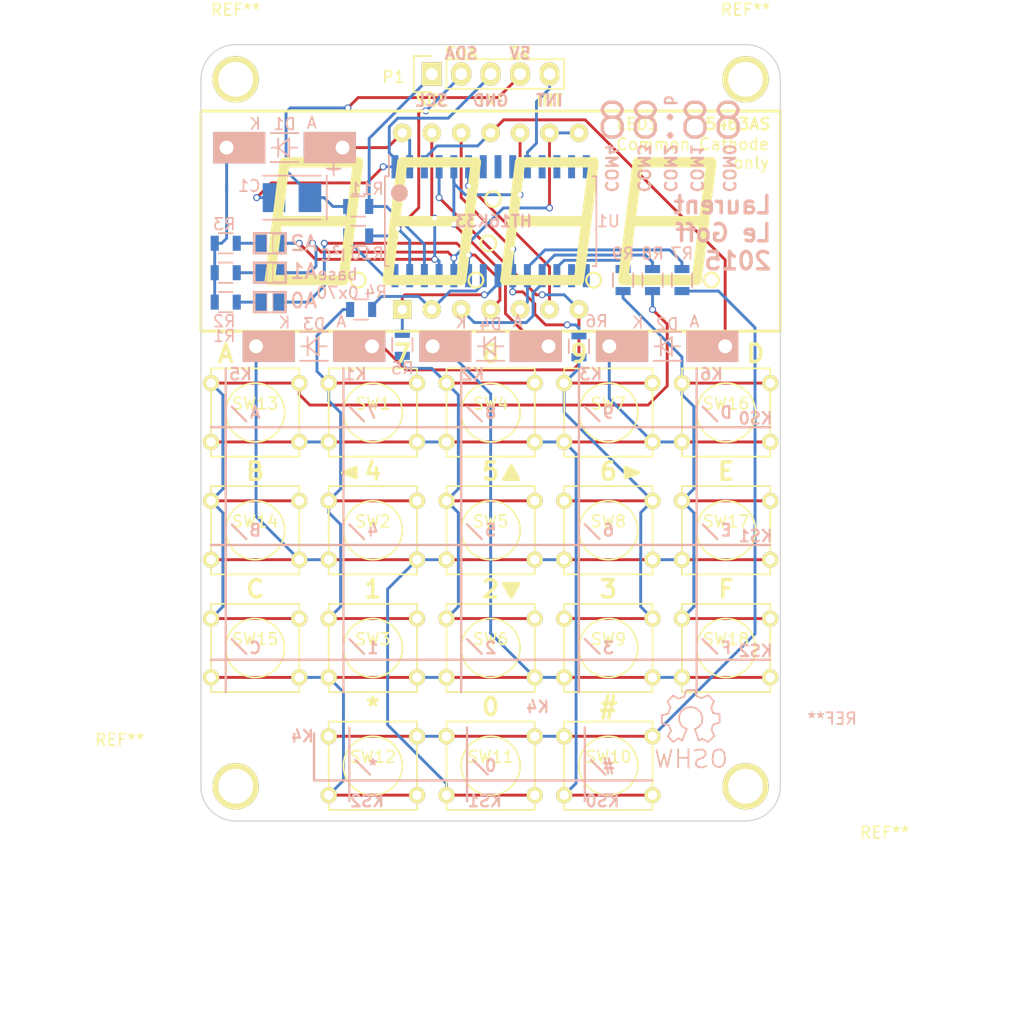
<source format=kicad_pcb>
(kicad_pcb (version 4) (host pcbnew "(after 2015-mar-04 BZR unknown)-product")

  (general
    (links 116)
    (no_connects 0)
    (area 41.330714 17.465 133.82 107.290001)
    (thickness 1.6)
    (drawings 119)
    (tracks 369)
    (zones 0)
    (modules 45)
    (nets 33)
  )

  (page A4)
  (layers
    (0 F.Cu signal)
    (31 B.Cu signal)
    (32 B.Adhes user)
    (33 F.Adhes user)
    (34 B.Paste user)
    (35 F.Paste user)
    (36 B.SilkS user)
    (37 F.SilkS user)
    (38 B.Mask user)
    (39 F.Mask user)
    (40 Dwgs.User user)
    (41 Cmts.User user)
    (42 Eco1.User user)
    (43 Eco2.User user)
    (44 Edge.Cuts user)
    (45 Margin user)
    (46 B.CrtYd user)
    (47 F.CrtYd user)
    (48 B.Fab user)
    (49 F.Fab user)
  )

  (setup
    (last_trace_width 0.25)
    (trace_clearance 0.2)
    (zone_clearance 0.508)
    (zone_45_only no)
    (trace_min 0.2)
    (segment_width 0.2)
    (edge_width 0.1)
    (via_size 0.6)
    (via_drill 0.4)
    (via_min_size 0.4)
    (via_min_drill 0.3)
    (uvia_size 0.3)
    (uvia_drill 0.1)
    (uvias_allowed no)
    (uvia_min_size 0.2)
    (uvia_min_drill 0.1)
    (pcb_text_width 0.3)
    (pcb_text_size 1.5 1.5)
    (mod_edge_width 0.15)
    (mod_text_size 1 1)
    (mod_text_width 0.15)
    (pad_size 4 4)
    (pad_drill 3)
    (pad_to_mask_clearance 0)
    (aux_axis_origin 58.82 21.59)
    (grid_origin 83.82 21.59)
    (visible_elements 7FFFFFFF)
    (pcbplotparams
      (layerselection 0x010f0_80000001)
      (usegerberextensions true)
      (usegerberattributes true)
      (excludeedgelayer true)
      (linewidth 0.020000)
      (plotframeref false)
      (viasonmask false)
      (mode 1)
      (useauxorigin true)
      (hpglpennumber 1)
      (hpglpenspeed 20)
      (hpglpendiameter 15)
      (hpglpenoverlay 2)
      (psnegative false)
      (psa4output false)
      (plotreference true)
      (plotvalue false)
      (plotinvisibletext false)
      (padsonsilk false)
      (subtractmaskfromsilk true)
      (outputformat 1)
      (mirror false)
      (drillshape 0)
      (scaleselection 1)
      (outputdirectory gerber/))
  )

  (net 0 "")
  (net 1 "Net-(A0-Pad1)")
  (net 2 "Net-(A0-Pad2)")
  (net 3 "Net-(A1-Pad1)")
  (net 4 "Net-(A1-Pad2)")
  (net 5 "Net-(A2-Pad1)")
  (net 6 "Net-(A2-Pad2)")
  (net 7 "Net-(C1-Pad2)")
  (net 8 "Net-(C1-Pad1)")
  (net 9 "Net-(D1-Pad1)")
  (net 10 "Net-(D1-Pad2)")
  (net 11 "Net-(D2-Pad1)")
  (net 12 "Net-(D2-Pad2)")
  (net 13 "Net-(D3-Pad1)")
  (net 14 "Net-(D3-Pad2)")
  (net 15 "Net-(D4-Pad1)")
  (net 16 "Net-(D4-Pad2)")
  (net 17 "Net-(LED1-Pad1)")
  (net 18 "Net-(LED1-Pad2)")
  (net 19 "Net-(LED1-Pad3)")
  (net 20 "Net-(LED1-Pad5)")
  (net 21 "Net-(LED1-Pad6)")
  (net 22 "Net-(LED1-Pad12)")
  (net 23 "Net-(P1-Pad1)")
  (net 24 "Net-(P1-Pad2)")
  (net 25 "Net-(P1-Pad5)")
  (net 26 "Net-(R4-Pad2)")
  (net 27 "Net-(R5-Pad2)")
  (net 28 "Net-(R6-Pad2)")
  (net 29 "Net-(R7-Pad2)")
  (net 30 "Net-(R8-Pad2)")
  (net 31 "Net-(R9-Pad1)")
  (net 32 "Net-(R9-Pad2)")

  (net_class Default "Ceci est la Netclass par défaut"
    (clearance 0.2)
    (trace_width 0.25)
    (via_dia 0.6)
    (via_drill 0.4)
    (uvia_dia 0.3)
    (uvia_drill 0.1)
    (add_net "Net-(A0-Pad1)")
    (add_net "Net-(A0-Pad2)")
    (add_net "Net-(A1-Pad1)")
    (add_net "Net-(A1-Pad2)")
    (add_net "Net-(A2-Pad1)")
    (add_net "Net-(A2-Pad2)")
    (add_net "Net-(C1-Pad1)")
    (add_net "Net-(C1-Pad2)")
    (add_net "Net-(D1-Pad1)")
    (add_net "Net-(D1-Pad2)")
    (add_net "Net-(D2-Pad1)")
    (add_net "Net-(D2-Pad2)")
    (add_net "Net-(D3-Pad1)")
    (add_net "Net-(D3-Pad2)")
    (add_net "Net-(D4-Pad1)")
    (add_net "Net-(D4-Pad2)")
    (add_net "Net-(LED1-Pad1)")
    (add_net "Net-(LED1-Pad12)")
    (add_net "Net-(LED1-Pad2)")
    (add_net "Net-(LED1-Pad3)")
    (add_net "Net-(LED1-Pad5)")
    (add_net "Net-(LED1-Pad6)")
    (add_net "Net-(P1-Pad1)")
    (add_net "Net-(P1-Pad2)")
    (add_net "Net-(P1-Pad5)")
    (add_net "Net-(R4-Pad2)")
    (add_net "Net-(R5-Pad2)")
    (add_net "Net-(R6-Pad2)")
    (add_net "Net-(R7-Pad2)")
    (add_net "Net-(R8-Pad2)")
    (add_net "Net-(R9-Pad1)")
    (add_net "Net-(R9-Pad2)")
  )

  (module Mounting_Holes:MountingHole_3mm (layer F.Cu) (tedit 55510475) (tstamp 55513DC8)
    (at 105.82 85.59)
    (descr "Mounting hole, Befestigungsbohrung, 3mm, No Annular, Kein Restring,")
    (tags "Mounting hole, Befestigungsbohrung, 3mm, No Annular, Kein Restring,")
    (fp_text reference REF** (at 12 4) (layer F.SilkS)
      (effects (font (size 1 1) (thickness 0.15)))
    )
    (fp_text value MountingHole_3mm (at 12 6) (layer F.Fab)
      (effects (font (size 1 1) (thickness 0.15)))
    )
    (fp_circle (center 0 0) (end 3 0) (layer Cmts.User) (width 0.381))
    (pad 1 thru_hole circle (at 0 0) (size 4 4) (drill 3) (layers *.Cu *.Mask F.SilkS))
  )

  (module Mounting_Holes:MountingHole_3mm (layer F.Cu) (tedit 55510468) (tstamp 55513DC2)
    (at 61.82 85.59)
    (descr "Mounting hole, Befestigungsbohrung, 3mm, No Annular, Kein Restring,")
    (tags "Mounting hole, Befestigungsbohrung, 3mm, No Annular, Kein Restring,")
    (fp_text reference REF** (at -10 -4) (layer F.SilkS)
      (effects (font (size 1 1) (thickness 0.15)))
    )
    (fp_text value MountingHole_3mm (at -13 -2) (layer F.Fab)
      (effects (font (size 1 1) (thickness 0.15)))
    )
    (fp_circle (center 0 0) (end 3 0) (layer Cmts.User) (width 0.381))
    (pad 1 thru_hole circle (at 0 0) (size 4 4) (drill 3) (layers *.Cu *.Mask F.SilkS))
  )

  (module Mounting_Holes:MountingHole_3mm (layer F.Cu) (tedit 5550D486) (tstamp 55513DBC)
    (at 61.82 24.59)
    (descr "Mounting hole, Befestigungsbohrung, 3mm, No Annular, Kein Restring,")
    (tags "Mounting hole, Befestigungsbohrung, 3mm, No Annular, Kein Restring,")
    (fp_text reference REF** (at 0 -6) (layer F.SilkS)
      (effects (font (size 1 1) (thickness 0.15)))
    )
    (fp_text value MountingHole_3mm (at 0 -5) (layer F.Fab)
      (effects (font (size 1 1) (thickness 0.15)))
    )
    (fp_circle (center 0 0) (end 3 0) (layer Cmts.User) (width 0.381))
    (pad 1 thru_hole circle (at 0 0) (size 4 4) (drill 3) (layers *.Cu *.Mask F.SilkS))
  )

  (module Buttons_Switches_ThroughHole:SW_PUSH_SMALL (layer F.Cu) (tedit 0) (tstamp 554FA160)
    (at 104.14 53.34)
    (path /554FA481)
    (fp_text reference SW16 (at 0 -0.762) (layer F.SilkS)
      (effects (font (size 1 1) (thickness 0.15)))
    )
    (fp_text value D (at 0 1.016) (layer F.Fab)
      (effects (font (size 1 1) (thickness 0.15)))
    )
    (fp_circle (center 0 0) (end 0 -2.54) (layer F.SilkS) (width 0.15))
    (fp_line (start -3.81 -3.81) (end 3.81 -3.81) (layer F.SilkS) (width 0.15))
    (fp_line (start 3.81 -3.81) (end 3.81 3.81) (layer F.SilkS) (width 0.15))
    (fp_line (start 3.81 3.81) (end -3.81 3.81) (layer F.SilkS) (width 0.15))
    (fp_line (start -3.81 -3.81) (end -3.81 3.81) (layer F.SilkS) (width 0.15))
    (pad 1 thru_hole circle (at 3.81 -2.54) (size 1.397 1.397) (drill 0.8128) (layers *.Cu *.Mask F.SilkS)
      (net 32 "Net-(R9-Pad2)"))
    (pad 2 thru_hole circle (at 3.81 2.54) (size 1.397 1.397) (drill 0.8128) (layers *.Cu *.Mask F.SilkS)
      (net 11 "Net-(D2-Pad1)"))
    (pad 1 thru_hole circle (at -3.81 -2.54) (size 1.397 1.397) (drill 0.8128) (layers *.Cu *.Mask F.SilkS)
      (net 32 "Net-(R9-Pad2)"))
    (pad 2 thru_hole circle (at -3.81 2.54) (size 1.397 1.397) (drill 0.8128) (layers *.Cu *.Mask F.SilkS)
      (net 11 "Net-(D2-Pad1)"))
  )

  (module _LaurentPerso:smd-JUMP-2 (layer B.Cu) (tedit 5551E802) (tstamp 554F9F44)
    (at 64.77 43.815)
    (descr "SOLDER JUMPER")
    (tags "SOLDER JUMPER")
    (path /554F7B45)
    (attr smd)
    (fp_text reference A0 (at 2.921 -0.127) (layer B.SilkS)
      (effects (font (size 1.27 1.27) (thickness 0.2)) (justify mirror))
    )
    (fp_text value JUMPER (at 0.82804 -0.3937) (layer F.SilkS)
      (effects (font (size 0.00762 0.00762) (thickness 0.0889)))
    )
    (fp_line (start 0.254 -0.762) (end 1.27 -0.762) (layer B.SilkS) (width 0.06604))
    (fp_line (start 1.27 -0.762) (end 1.27 0.762) (layer B.SilkS) (width 0.06604))
    (fp_line (start 0.254 0.762) (end 1.27 0.762) (layer B.SilkS) (width 0.06604))
    (fp_line (start 0.254 -0.762) (end 0.254 0.762) (layer B.SilkS) (width 0.06604))
    (fp_line (start -1.27 -0.762) (end -0.254 -0.762) (layer B.SilkS) (width 0.06604))
    (fp_line (start -0.254 -0.762) (end -0.254 0.762) (layer B.SilkS) (width 0.06604))
    (fp_line (start -1.27 0.762) (end -0.254 0.762) (layer B.SilkS) (width 0.06604))
    (fp_line (start -1.27 -0.762) (end -1.27 0.762) (layer B.SilkS) (width 0.06604))
    (fp_line (start -1.397 -0.889) (end 1.397 -0.889) (layer B.SilkS) (width 0.06604))
    (fp_line (start 1.397 -0.889) (end 1.397 0.889) (layer B.SilkS) (width 0.06604))
    (fp_line (start -1.397 0.889) (end 1.397 0.889) (layer B.SilkS) (width 0.06604))
    (fp_line (start -1.397 -0.889) (end -1.397 0.889) (layer B.SilkS) (width 0.06604))
    (fp_line (start -1.397 -0.889) (end 1.397 -0.889) (layer B.SilkS) (width 0.1524))
    (fp_line (start 1.397 0.889) (end 1.397 -0.889) (layer B.SilkS) (width 0.1524))
    (fp_line (start 1.397 0.889) (end -1.397 0.889) (layer B.SilkS) (width 0.1524))
    (fp_line (start -1.397 -0.889) (end -1.397 0.889) (layer B.SilkS) (width 0.1524))
    (pad 1 smd rect (at -0.762 0) (size 1.016 1.524) (layers B.Cu B.Paste B.Mask)
      (net 1 "Net-(A0-Pad1)"))
    (pad 2 smd rect (at 0.762 0) (size 1.016 1.524) (layers B.Cu B.Paste B.Mask)
      (net 2 "Net-(A0-Pad2)"))
  )

  (module _LaurentPerso:smd-JUMP-2 (layer B.Cu) (tedit 5551E80D) (tstamp 554F9F5A)
    (at 64.77 41.275)
    (descr "SOLDER JUMPER")
    (tags "SOLDER JUMPER")
    (path /554F7BE3)
    (attr smd)
    (fp_text reference A1 (at 2.921 -0.127) (layer B.SilkS)
      (effects (font (size 1.27 1.27) (thickness 0.2)) (justify mirror))
    )
    (fp_text value JUMPER (at 0.82804 -0.3937) (layer F.SilkS)
      (effects (font (size 0.00762 0.00762) (thickness 0.0889)))
    )
    (fp_line (start 0.254 -0.762) (end 1.27 -0.762) (layer B.SilkS) (width 0.06604))
    (fp_line (start 1.27 -0.762) (end 1.27 0.762) (layer B.SilkS) (width 0.06604))
    (fp_line (start 0.254 0.762) (end 1.27 0.762) (layer B.SilkS) (width 0.06604))
    (fp_line (start 0.254 -0.762) (end 0.254 0.762) (layer B.SilkS) (width 0.06604))
    (fp_line (start -1.27 -0.762) (end -0.254 -0.762) (layer B.SilkS) (width 0.06604))
    (fp_line (start -0.254 -0.762) (end -0.254 0.762) (layer B.SilkS) (width 0.06604))
    (fp_line (start -1.27 0.762) (end -0.254 0.762) (layer B.SilkS) (width 0.06604))
    (fp_line (start -1.27 -0.762) (end -1.27 0.762) (layer B.SilkS) (width 0.06604))
    (fp_line (start -1.397 -0.889) (end 1.397 -0.889) (layer B.SilkS) (width 0.06604))
    (fp_line (start 1.397 -0.889) (end 1.397 0.889) (layer B.SilkS) (width 0.06604))
    (fp_line (start -1.397 0.889) (end 1.397 0.889) (layer B.SilkS) (width 0.06604))
    (fp_line (start -1.397 -0.889) (end -1.397 0.889) (layer B.SilkS) (width 0.06604))
    (fp_line (start -1.397 -0.889) (end 1.397 -0.889) (layer B.SilkS) (width 0.1524))
    (fp_line (start 1.397 0.889) (end 1.397 -0.889) (layer B.SilkS) (width 0.1524))
    (fp_line (start 1.397 0.889) (end -1.397 0.889) (layer B.SilkS) (width 0.1524))
    (fp_line (start -1.397 -0.889) (end -1.397 0.889) (layer B.SilkS) (width 0.1524))
    (pad 1 smd rect (at -0.762 0) (size 1.016 1.524) (layers B.Cu B.Paste B.Mask)
      (net 3 "Net-(A1-Pad1)"))
    (pad 2 smd rect (at 0.762 0) (size 1.016 1.524) (layers B.Cu B.Paste B.Mask)
      (net 4 "Net-(A1-Pad2)"))
  )

  (module _LaurentPerso:smd-JUMP-2 (layer B.Cu) (tedit 5551E816) (tstamp 554F9F70)
    (at 64.77 38.735)
    (descr "SOLDER JUMPER")
    (tags "SOLDER JUMPER")
    (path /554F7F18)
    (attr smd)
    (fp_text reference A2 (at 2.921 0) (layer B.SilkS)
      (effects (font (size 1.27 1.27) (thickness 0.2)) (justify mirror))
    )
    (fp_text value JUMPER (at 0.82804 -0.3937) (layer F.SilkS)
      (effects (font (size 0.00762 0.00762) (thickness 0.0889)))
    )
    (fp_line (start 0.254 -0.762) (end 1.27 -0.762) (layer B.SilkS) (width 0.06604))
    (fp_line (start 1.27 -0.762) (end 1.27 0.762) (layer B.SilkS) (width 0.06604))
    (fp_line (start 0.254 0.762) (end 1.27 0.762) (layer B.SilkS) (width 0.06604))
    (fp_line (start 0.254 -0.762) (end 0.254 0.762) (layer B.SilkS) (width 0.06604))
    (fp_line (start -1.27 -0.762) (end -0.254 -0.762) (layer B.SilkS) (width 0.06604))
    (fp_line (start -0.254 -0.762) (end -0.254 0.762) (layer B.SilkS) (width 0.06604))
    (fp_line (start -1.27 0.762) (end -0.254 0.762) (layer B.SilkS) (width 0.06604))
    (fp_line (start -1.27 -0.762) (end -1.27 0.762) (layer B.SilkS) (width 0.06604))
    (fp_line (start -1.397 -0.889) (end 1.397 -0.889) (layer B.SilkS) (width 0.06604))
    (fp_line (start 1.397 -0.889) (end 1.397 0.889) (layer B.SilkS) (width 0.06604))
    (fp_line (start -1.397 0.889) (end 1.397 0.889) (layer B.SilkS) (width 0.06604))
    (fp_line (start -1.397 -0.889) (end -1.397 0.889) (layer B.SilkS) (width 0.06604))
    (fp_line (start -1.397 -0.889) (end 1.397 -0.889) (layer B.SilkS) (width 0.1524))
    (fp_line (start 1.397 0.889) (end 1.397 -0.889) (layer B.SilkS) (width 0.1524))
    (fp_line (start 1.397 0.889) (end -1.397 0.889) (layer B.SilkS) (width 0.1524))
    (fp_line (start -1.397 -0.889) (end -1.397 0.889) (layer B.SilkS) (width 0.1524))
    (pad 1 smd rect (at -0.762 0) (size 1.016 1.524) (layers B.Cu B.Paste B.Mask)
      (net 5 "Net-(A2-Pad1)"))
    (pad 2 smd rect (at 0.762 0) (size 1.016 1.524) (layers B.Cu B.Paste B.Mask)
      (net 6 "Net-(A2-Pad2)"))
  )

  (module Capacitors_Tantalum_SMD:TantalC_SizeB_EIA-3528_Reflow (layer B.Cu) (tedit 55511ED1) (tstamp 554F9F7C)
    (at 66.675 34.798 180)
    (descr "Tantal Cap. , Size B, EIA-3528, Reflow,")
    (tags "Tantal Cap. , Size B, EIA-3528, Reflow,")
    (path /5550D912)
    (attr smd)
    (fp_text reference C1 (at 3.683 1.016 180) (layer B.SilkS)
      (effects (font (size 1 1) (thickness 0.15)) (justify mirror))
    )
    (fp_text value 10u (at -0.09906 -3.59918 180) (layer B.Fab)
      (effects (font (size 1 1) (thickness 0.15)) (justify mirror))
    )
    (fp_text user + (at -3.59918 2.49936 180) (layer B.SilkS)
      (effects (font (size 1 1) (thickness 0.15)) (justify mirror))
    )
    (fp_line (start -2.99974 1.89992) (end -2.99974 -1.89992) (layer B.SilkS) (width 0.15))
    (fp_line (start 2.49936 1.89992) (end -2.49936 1.89992) (layer B.SilkS) (width 0.15))
    (fp_line (start 2.49682 -1.89992) (end -2.5019 -1.89992) (layer B.SilkS) (width 0.15))
    (fp_line (start -3.60172 3.00228) (end -3.60172 1.90246) (layer B.SilkS) (width 0.15))
    (fp_line (start -4.20116 2.5019) (end -3.00228 2.5019) (layer B.SilkS) (width 0.15))
    (pad 2 smd rect (at 1.5494 0 180) (size 1.95072 2.49936) (layers B.Cu B.Paste B.Mask)
      (net 7 "Net-(C1-Pad2)"))
    (pad 1 smd rect (at -1.5494 0 180) (size 1.95072 2.49936) (layers B.Cu B.Paste B.Mask)
      (net 8 "Net-(C1-Pad1)"))
    (model Capacitors_Tantalum_SMD.3dshapes/TantalC_SizeB_EIA-3528_Reflow.wrl
      (at (xyz 0 0 0))
      (scale (xyz 1 1 1))
      (rotate (xyz 0 0 180))
    )
  )

  (module Diodes_SMD:Diode-Universal-MELF-RM10_Handsoldering (layer B.Cu) (tedit 555107E9) (tstamp 554F9F8F)
    (at 66.04 30.48)
    (descr "Diode, Universal, MELF, RM10, Handsoldering, SMD, Thruhole,")
    (tags "Diode Universal MELF RM10 Handsoldering SMD Thruhole ")
    (path /554F82BA)
    (attr smd)
    (fp_text reference D1 (at 0 -2.032) (layer B.SilkS)
      (effects (font (size 1 1) (thickness 0.15)) (justify mirror))
    )
    (fp_text value 1N4148 (at 0.127 0) (layer B.Fab)
      (effects (font (size 1 1) (thickness 0.15)) (justify mirror))
    )
    (fp_line (start 0.39878 0) (end 1.09982 0) (layer B.SilkS) (width 0.15))
    (fp_line (start -0.55118 0) (end -1.09982 0) (layer B.SilkS) (width 0.15))
    (fp_line (start -0.55118 0) (end -0.55118 -0.8001) (layer B.SilkS) (width 0.15))
    (fp_line (start -0.55118 0) (end -0.55118 0.8001) (layer B.SilkS) (width 0.15))
    (fp_line (start -0.55118 0) (end 0.39878 0.8001) (layer B.SilkS) (width 0.15))
    (fp_line (start 0.39878 0.8001) (end 0.39878 -0.8001) (layer B.SilkS) (width 0.15))
    (fp_line (start 0.39878 -0.8001) (end -0.55118 0) (layer B.SilkS) (width 0.15))
    (fp_text user K (at -2.55016 -2.04978) (layer B.SilkS)
      (effects (font (size 1 1) (thickness 0.15)) (justify mirror))
    )
    (fp_text user A (at 2.3495 -2.14884) (layer B.SilkS)
      (effects (font (size 1 1) (thickness 0.15)) (justify mirror))
    )
    (fp_line (start -1.09982 1.24968) (end -1.19888 1.24968) (layer B.SilkS) (width 0.15))
    (fp_line (start -1.09982 -1.24968) (end -1.19888 -1.24968) (layer B.SilkS) (width 0.15))
    (fp_line (start 1.19888 1.24968) (end -1.15062 1.24968) (layer B.SilkS) (width 0.15))
    (fp_line (start 1.19888 -1.24968) (end -1.04902 -1.24968) (layer B.SilkS) (width 0.15))
    (pad 1 thru_hole rect (at -5.00126 0) (size 4.49834 2.70002) (drill 1.19888 (offset 1.09982 0)) (layers *.Cu *.Mask B.SilkS)
      (net 9 "Net-(D1-Pad1)"))
    (pad 2 thru_hole rect (at 5.00126 0 180) (size 4.49834 2.70002) (drill 1.19888 (offset 1.09982 0)) (layers *.Cu *.Mask B.SilkS)
      (net 10 "Net-(D1-Pad2)"))
    (model Diodes_SMD.3dshapes/Diode-Universal-MELF-RM10_Handsoldering.wrl
      (at (xyz 0 0 0))
      (scale (xyz 0.3937 0.3937 0.3937))
      (rotate (xyz 0 0 180))
    )
  )

  (module Diodes_SMD:Diode-Universal-MELF-RM10_Handsoldering (layer B.Cu) (tedit 5551074F) (tstamp 554F9FA2)
    (at 99.06 47.625)
    (descr "Diode, Universal, MELF, RM10, Handsoldering, SMD, Thruhole,")
    (tags "Diode Universal MELF RM10 Handsoldering SMD Thruhole ")
    (path /554FAF4A)
    (attr smd)
    (fp_text reference D2 (at 0 -1.905) (layer B.SilkS)
      (effects (font (size 1 1) (thickness 0.15)) (justify mirror))
    )
    (fp_text value 1N4148 (at 0 -0.635) (layer B.Fab)
      (effects (font (size 1 1) (thickness 0.15)) (justify mirror))
    )
    (fp_line (start 0.39878 0) (end 1.09982 0) (layer B.SilkS) (width 0.15))
    (fp_line (start -0.55118 0) (end -1.09982 0) (layer B.SilkS) (width 0.15))
    (fp_line (start -0.55118 0) (end -0.55118 -0.8001) (layer B.SilkS) (width 0.15))
    (fp_line (start -0.55118 0) (end -0.55118 0.8001) (layer B.SilkS) (width 0.15))
    (fp_line (start -0.55118 0) (end 0.39878 0.8001) (layer B.SilkS) (width 0.15))
    (fp_line (start 0.39878 0.8001) (end 0.39878 -0.8001) (layer B.SilkS) (width 0.15))
    (fp_line (start 0.39878 -0.8001) (end -0.55118 0) (layer B.SilkS) (width 0.15))
    (fp_text user K (at -2.55016 -2.04978) (layer B.SilkS)
      (effects (font (size 1 1) (thickness 0.15)) (justify mirror))
    )
    (fp_text user A (at 2.3495 -2.14884) (layer B.SilkS)
      (effects (font (size 1 1) (thickness 0.15)) (justify mirror))
    )
    (fp_line (start -1.09982 1.24968) (end -1.19888 1.24968) (layer B.SilkS) (width 0.15))
    (fp_line (start -1.09982 -1.24968) (end -1.19888 -1.24968) (layer B.SilkS) (width 0.15))
    (fp_line (start 1.19888 1.24968) (end -1.15062 1.24968) (layer B.SilkS) (width 0.15))
    (fp_line (start 1.19888 -1.24968) (end -1.04902 -1.24968) (layer B.SilkS) (width 0.15))
    (pad 1 thru_hole rect (at -5.00126 0) (size 4.49834 2.70002) (drill 1.19888 (offset 1.09982 0)) (layers *.Cu *.Mask B.SilkS)
      (net 11 "Net-(D2-Pad1)"))
    (pad 2 thru_hole rect (at 5.00126 0 180) (size 4.49834 2.70002) (drill 1.19888 (offset 1.09982 0)) (layers *.Cu *.Mask B.SilkS)
      (net 12 "Net-(D2-Pad2)"))
    (model Diodes_SMD.3dshapes/Diode-Universal-MELF-RM10_Handsoldering.wrl
      (at (xyz 0 0 0))
      (scale (xyz 0.3937 0.3937 0.3937))
      (rotate (xyz 0 0 180))
    )
  )

  (module Diodes_SMD:Diode-Universal-MELF-RM10_Handsoldering (layer B.Cu) (tedit 55510745) (tstamp 554F9FB5)
    (at 68.58 47.625)
    (descr "Diode, Universal, MELF, RM10, Handsoldering, SMD, Thruhole,")
    (tags "Diode Universal MELF RM10 Handsoldering SMD Thruhole ")
    (path /554FAFC9)
    (attr smd)
    (fp_text reference D3 (at 0 -1.905) (layer B.SilkS)
      (effects (font (size 1 1) (thickness 0.15)) (justify mirror))
    )
    (fp_text value 1N4148 (at 0 -0.635) (layer B.Fab)
      (effects (font (size 1 1) (thickness 0.15)) (justify mirror))
    )
    (fp_line (start 0.39878 0) (end 1.09982 0) (layer B.SilkS) (width 0.15))
    (fp_line (start -0.55118 0) (end -1.09982 0) (layer B.SilkS) (width 0.15))
    (fp_line (start -0.55118 0) (end -0.55118 -0.8001) (layer B.SilkS) (width 0.15))
    (fp_line (start -0.55118 0) (end -0.55118 0.8001) (layer B.SilkS) (width 0.15))
    (fp_line (start -0.55118 0) (end 0.39878 0.8001) (layer B.SilkS) (width 0.15))
    (fp_line (start 0.39878 0.8001) (end 0.39878 -0.8001) (layer B.SilkS) (width 0.15))
    (fp_line (start 0.39878 -0.8001) (end -0.55118 0) (layer B.SilkS) (width 0.15))
    (fp_text user K (at -2.55016 -2.04978) (layer B.SilkS)
      (effects (font (size 1 1) (thickness 0.15)) (justify mirror))
    )
    (fp_text user A (at 2.3495 -2.14884) (layer B.SilkS)
      (effects (font (size 1 1) (thickness 0.15)) (justify mirror))
    )
    (fp_line (start -1.09982 1.24968) (end -1.19888 1.24968) (layer B.SilkS) (width 0.15))
    (fp_line (start -1.09982 -1.24968) (end -1.19888 -1.24968) (layer B.SilkS) (width 0.15))
    (fp_line (start 1.19888 1.24968) (end -1.15062 1.24968) (layer B.SilkS) (width 0.15))
    (fp_line (start 1.19888 -1.24968) (end -1.04902 -1.24968) (layer B.SilkS) (width 0.15))
    (pad 1 thru_hole rect (at -5.00126 0) (size 4.49834 2.70002) (drill 1.19888 (offset 1.09982 0)) (layers *.Cu *.Mask B.SilkS)
      (net 13 "Net-(D3-Pad1)"))
    (pad 2 thru_hole rect (at 5.00126 0 180) (size 4.49834 2.70002) (drill 1.19888 (offset 1.09982 0)) (layers *.Cu *.Mask B.SilkS)
      (net 14 "Net-(D3-Pad2)"))
    (model Diodes_SMD.3dshapes/Diode-Universal-MELF-RM10_Handsoldering.wrl
      (at (xyz 0 0 0))
      (scale (xyz 0.3937 0.3937 0.3937))
      (rotate (xyz 0 0 180))
    )
  )

  (module Diodes_SMD:Diode-Universal-MELF-RM10_Handsoldering (layer B.Cu) (tedit 55510749) (tstamp 554F9FC8)
    (at 83.82 47.625)
    (descr "Diode, Universal, MELF, RM10, Handsoldering, SMD, Thruhole,")
    (tags "Diode Universal MELF RM10 Handsoldering SMD Thruhole ")
    (path /554FB025)
    (attr smd)
    (fp_text reference D4 (at 0 -1.905) (layer B.SilkS)
      (effects (font (size 1 1) (thickness 0.15)) (justify mirror))
    )
    (fp_text value 1N4148 (at 0 -0.635) (layer B.Fab)
      (effects (font (size 1 1) (thickness 0.15)) (justify mirror))
    )
    (fp_line (start 0.39878 0) (end 1.09982 0) (layer B.SilkS) (width 0.15))
    (fp_line (start -0.55118 0) (end -1.09982 0) (layer B.SilkS) (width 0.15))
    (fp_line (start -0.55118 0) (end -0.55118 -0.8001) (layer B.SilkS) (width 0.15))
    (fp_line (start -0.55118 0) (end -0.55118 0.8001) (layer B.SilkS) (width 0.15))
    (fp_line (start -0.55118 0) (end 0.39878 0.8001) (layer B.SilkS) (width 0.15))
    (fp_line (start 0.39878 0.8001) (end 0.39878 -0.8001) (layer B.SilkS) (width 0.15))
    (fp_line (start 0.39878 -0.8001) (end -0.55118 0) (layer B.SilkS) (width 0.15))
    (fp_text user K (at -2.55016 -2.04978) (layer B.SilkS)
      (effects (font (size 1 1) (thickness 0.15)) (justify mirror))
    )
    (fp_text user A (at 2.3495 -2.14884) (layer B.SilkS)
      (effects (font (size 1 1) (thickness 0.15)) (justify mirror))
    )
    (fp_line (start -1.09982 1.24968) (end -1.19888 1.24968) (layer B.SilkS) (width 0.15))
    (fp_line (start -1.09982 -1.24968) (end -1.19888 -1.24968) (layer B.SilkS) (width 0.15))
    (fp_line (start 1.19888 1.24968) (end -1.15062 1.24968) (layer B.SilkS) (width 0.15))
    (fp_line (start 1.19888 -1.24968) (end -1.04902 -1.24968) (layer B.SilkS) (width 0.15))
    (pad 1 thru_hole rect (at -5.00126 0) (size 4.49834 2.70002) (drill 1.19888 (offset 1.09982 0)) (layers *.Cu *.Mask B.SilkS)
      (net 15 "Net-(D4-Pad1)"))
    (pad 2 thru_hole rect (at 5.00126 0 180) (size 4.49834 2.70002) (drill 1.19888 (offset 1.09982 0)) (layers *.Cu *.Mask B.SilkS)
      (net 16 "Net-(D4-Pad2)"))
    (model Diodes_SMD.3dshapes/Diode-Universal-MELF-RM10_Handsoldering.wrl
      (at (xyz 0 0 0))
      (scale (xyz 0.3937 0.3937 0.3937))
      (rotate (xyz 0 0 180))
    )
  )

  (module _LaurentPerso:7-SEGMENT-4-DIGIT-5463 (layer F.Cu) (tedit 5551E92E) (tstamp 554F9FF8)
    (at 83.82 36.83)
    (path /554F75C6)
    (fp_text reference LED1 (at 12.7 -8.382) (layer F.SilkS)
      (effects (font (size 1 1) (thickness 0.16)))
    )
    (fp_text value 7-SEG-4-DIG-5463A (at 16.51 -7.112) (layer F.SilkS) hide
      (effects (font (size 0.762 0.762) (thickness 0.1524)))
    )
    (fp_circle (center 0.2 -1.905) (end 0 -1.27) (layer F.SilkS) (width 0.2032))
    (fp_circle (center -0.2 1.905) (end 0 1.27) (layer F.SilkS) (width 0.2032))
    (fp_circle (center -11.43 5.08) (end -10.795 5.08) (layer F.SilkS) (width 0.2032))
    (fp_circle (center -1.27 5.08) (end -1.905 5.08) (layer F.SilkS) (width 0.2032))
    (fp_circle (center 8.89 5.08) (end 8.255 5.08) (layer F.SilkS) (width 0.2032))
    (fp_circle (center 19.05 5.08) (end 19.685 5.08) (layer F.SilkS) (width 0.2032))
    (fp_line (start 12.7 -5.08) (end 11.43 5.08) (layer F.SilkS) (width 0.889))
    (fp_line (start 11.43 5.08) (end 17.78 5.08) (layer F.SilkS) (width 0.889))
    (fp_line (start 17.78 5.08) (end 19.05 -5.08) (layer F.SilkS) (width 0.889))
    (fp_line (start 19.05 -5.08) (end 12.7 -5.08) (layer F.SilkS) (width 0.889))
    (fp_line (start 1.27 5.08) (end 2.54 -5.08) (layer F.SilkS) (width 0.889))
    (fp_line (start 2.54 -5.08) (end 8.89 -5.08) (layer F.SilkS) (width 0.889))
    (fp_line (start 8.89 -5.08) (end 7.62 5.08) (layer F.SilkS) (width 0.889))
    (fp_line (start 7.62 5.08) (end 1.27 5.08) (layer F.SilkS) (width 0.889))
    (fp_line (start -7.62 -5.08) (end -8.89 5.08) (layer F.SilkS) (width 0.889))
    (fp_line (start -8.89 5.08) (end -2.54 5.08) (layer F.SilkS) (width 0.889))
    (fp_line (start -2.54 5.08) (end -1.27 -5.08) (layer F.SilkS) (width 0.889))
    (fp_line (start -1.27 -5.08) (end -7.62 -5.08) (layer F.SilkS) (width 0.889))
    (fp_line (start -19.05 5.08) (end -12.7 5.08) (layer F.SilkS) (width 0.889))
    (fp_line (start -12.7 5.08) (end -11.43 -5.08) (layer F.SilkS) (width 0.889))
    (fp_line (start -11.43 -5.08) (end -17.78 -5.08) (layer F.SilkS) (width 0.889))
    (fp_line (start -17.78 -5.08) (end -19.05 5.08) (layer F.SilkS) (width 0.889))
    (fp_line (start -12.065 0) (end -18.415 0) (layer F.SilkS) (width 0.889))
    (fp_line (start -1.905 0) (end -8.255 0) (layer F.SilkS) (width 0.889))
    (fp_line (start 12.065 0) (end 18.415 0) (layer F.SilkS) (width 0.889))
    (fp_line (start 8.255 0) (end 1.905 0) (layer F.SilkS) (width 0.889))
    (fp_line (start 25 -9.5) (end 25 9.5) (layer F.SilkS) (width 0.254))
    (fp_line (start 25 9.5) (end -25 9.5) (layer F.SilkS) (width 0.254))
    (fp_line (start -25 9.5) (end -25 -9.5) (layer F.SilkS) (width 0.254))
    (fp_line (start -25 -9.5) (end 25 -9.5) (layer F.SilkS) (width 0.254))
    (pad 1 thru_hole rect (at -7.62 7.62) (size 1.6 1.6) (drill 0.8) (layers *.Cu *.Mask F.SilkS)
      (net 17 "Net-(LED1-Pad1)"))
    (pad 2 thru_hole circle (at -5.08 7.62) (size 1.6 1.6) (drill 0.8) (layers *.Cu *.Mask F.SilkS)
      (net 18 "Net-(LED1-Pad2)"))
    (pad 3 thru_hole circle (at -2.54 7.62) (size 1.6 1.6) (drill 0.8) (layers *.Cu *.Mask F.SilkS)
      (net 19 "Net-(LED1-Pad3)"))
    (pad 4 thru_hole circle (at 0 7.62) (size 1.6 1.6) (drill 0.8) (layers *.Cu *.Mask F.SilkS)
      (net 2 "Net-(A0-Pad2)"))
    (pad 5 thru_hole circle (at 2.54 7.62) (size 1.6 1.6) (drill 0.8) (layers *.Cu *.Mask F.SilkS)
      (net 20 "Net-(LED1-Pad5)"))
    (pad 6 thru_hole circle (at 5.08 7.62) (size 1.6 1.6) (drill 0.8) (layers *.Cu *.Mask F.SilkS)
      (net 21 "Net-(LED1-Pad6)"))
    (pad 7 thru_hole circle (at 7.62 7.62) (size 1.6 1.6) (drill 0.8) (layers *.Cu *.Mask F.SilkS)
      (net 14 "Net-(D3-Pad2)"))
    (pad 8 thru_hole circle (at 7.62 -7.62) (size 1.6 1.6) (drill 0.8) (layers *.Cu *.Mask F.SilkS)
      (net 4 "Net-(A1-Pad2)"))
    (pad 9 thru_hole circle (at 5.08 -7.62) (size 1.6 1.6) (drill 0.8) (layers *.Cu *.Mask F.SilkS)
      (net 4 "Net-(A1-Pad2)"))
    (pad 10 thru_hole circle (at 2.54 -7.62) (size 1.6 1.6) (drill 0.8) (layers *.Cu *.Mask F.SilkS)
      (net 16 "Net-(D4-Pad2)"))
    (pad 11 thru_hole circle (at 0 -7.62) (size 1.6 1.6) (drill 0.8) (layers *.Cu *.Mask F.SilkS)
      (net 12 "Net-(D2-Pad2)"))
    (pad 12 thru_hole circle (at -2.54 -7.62) (size 1.6 1.6) (drill 0.8) (layers *.Cu *.Mask F.SilkS)
      (net 22 "Net-(LED1-Pad12)"))
    (pad 13 thru_hole circle (at -5.08 -7.62) (size 1.6 1.6) (drill 0.8) (layers *.Cu *.Mask F.SilkS)
      (net 6 "Net-(A2-Pad2)"))
    (pad 14 thru_hole circle (at -7.62 -7.62) (size 1.6 1.6) (drill 0.8) (layers *.Cu *.Mask F.SilkS)
      (net 10 "Net-(D1-Pad2)"))
  )

  (module Pin_Headers:Pin_Header_Straight_1x05 (layer F.Cu) (tedit 555107F7) (tstamp 554FA00C)
    (at 78.74 24.13 90)
    (descr "Through hole pin header")
    (tags "pin header")
    (path /5550768A)
    (fp_text reference P1 (at -0.254 -3.302 180) (layer F.SilkS)
      (effects (font (size 1 1) (thickness 0.15)))
    )
    (fp_text value CONN_01X05 (at 0 5.334 180) (layer F.Fab)
      (effects (font (size 1 1) (thickness 0.15)))
    )
    (fp_line (start -1.55 0) (end -1.55 -1.55) (layer F.SilkS) (width 0.15))
    (fp_line (start -1.55 -1.55) (end 1.55 -1.55) (layer F.SilkS) (width 0.15))
    (fp_line (start 1.55 -1.55) (end 1.55 0) (layer F.SilkS) (width 0.15))
    (fp_line (start -1.75 -1.75) (end -1.75 11.95) (layer F.CrtYd) (width 0.05))
    (fp_line (start 1.75 -1.75) (end 1.75 11.95) (layer F.CrtYd) (width 0.05))
    (fp_line (start -1.75 -1.75) (end 1.75 -1.75) (layer F.CrtYd) (width 0.05))
    (fp_line (start -1.75 11.95) (end 1.75 11.95) (layer F.CrtYd) (width 0.05))
    (fp_line (start 1.27 1.27) (end 1.27 11.43) (layer F.SilkS) (width 0.15))
    (fp_line (start 1.27 11.43) (end -1.27 11.43) (layer F.SilkS) (width 0.15))
    (fp_line (start -1.27 11.43) (end -1.27 1.27) (layer F.SilkS) (width 0.15))
    (fp_line (start 1.27 1.27) (end -1.27 1.27) (layer F.SilkS) (width 0.15))
    (pad 1 thru_hole rect (at 0 0 90) (size 2.032 1.7272) (drill 1.016) (layers *.Cu *.Mask F.SilkS)
      (net 23 "Net-(P1-Pad1)"))
    (pad 2 thru_hole oval (at 0 2.54 90) (size 2.032 1.7272) (drill 1.016) (layers *.Cu *.Mask F.SilkS)
      (net 24 "Net-(P1-Pad2)"))
    (pad 3 thru_hole oval (at 0 5.08 90) (size 2.032 1.7272) (drill 1.016) (layers *.Cu *.Mask F.SilkS)
      (net 7 "Net-(C1-Pad2)"))
    (pad 4 thru_hole oval (at 0 7.62 90) (size 2.032 1.7272) (drill 1.016) (layers *.Cu *.Mask F.SilkS)
      (net 8 "Net-(C1-Pad1)"))
    (pad 5 thru_hole oval (at 0 10.16 90) (size 2.032 1.7272) (drill 1.016) (layers *.Cu *.Mask F.SilkS)
      (net 25 "Net-(P1-Pad5)"))
    (model Pin_Headers.3dshapes/Pin_Header_Straight_1x05.wrl
      (at (xyz 0 -0.2 0))
      (scale (xyz 1 1 1))
      (rotate (xyz 0 0 90))
    )
  )

  (module Resistors_SMD:R_0805 (layer B.Cu) (tedit 554FC525) (tstamp 554FA018)
    (at 60.96 43.815)
    (descr "Resistor SMD 0805, reflow soldering, Vishay (see dcrcw.pdf)")
    (tags "resistor 0805")
    (path /554F8309)
    (attr smd)
    (fp_text reference R1 (at -0.127 2.921) (layer B.SilkS)
      (effects (font (size 1 1) (thickness 0.15)) (justify mirror))
    )
    (fp_text value 47k (at 0.127 0.127) (layer B.Fab)
      (effects (font (size 1 1) (thickness 0.15)) (justify mirror))
    )
    (fp_line (start -1.6 1) (end 1.6 1) (layer B.CrtYd) (width 0.05))
    (fp_line (start -1.6 -1) (end 1.6 -1) (layer B.CrtYd) (width 0.05))
    (fp_line (start -1.6 1) (end -1.6 -1) (layer B.CrtYd) (width 0.05))
    (fp_line (start 1.6 1) (end 1.6 -1) (layer B.CrtYd) (width 0.05))
    (fp_line (start 0.6 -0.875) (end -0.6 -0.875) (layer B.SilkS) (width 0.15))
    (fp_line (start -0.6 0.875) (end 0.6 0.875) (layer B.SilkS) (width 0.15))
    (pad 1 smd rect (at -0.95 0) (size 0.7 1.3) (layers B.Cu B.Paste B.Mask)
      (net 9 "Net-(D1-Pad1)"))
    (pad 2 smd rect (at 0.95 0) (size 0.7 1.3) (layers B.Cu B.Paste B.Mask)
      (net 1 "Net-(A0-Pad1)"))
    (model Resistors_SMD.3dshapes/R_0805.wrl
      (at (xyz 0 0 0))
      (scale (xyz 1 1 1))
      (rotate (xyz 0 0 0))
    )
  )

  (module Resistors_SMD:R_0805 (layer B.Cu) (tedit 554FC51F) (tstamp 554FA024)
    (at 60.96 41.275)
    (descr "Resistor SMD 0805, reflow soldering, Vishay (see dcrcw.pdf)")
    (tags "resistor 0805")
    (path /554F833B)
    (attr smd)
    (fp_text reference R2 (at -0.127 4.191) (layer B.SilkS)
      (effects (font (size 1 1) (thickness 0.15)) (justify mirror))
    )
    (fp_text value 47k (at 0 0) (layer B.Fab)
      (effects (font (size 1 1) (thickness 0.15)) (justify mirror))
    )
    (fp_line (start -1.6 1) (end 1.6 1) (layer B.CrtYd) (width 0.05))
    (fp_line (start -1.6 -1) (end 1.6 -1) (layer B.CrtYd) (width 0.05))
    (fp_line (start -1.6 1) (end -1.6 -1) (layer B.CrtYd) (width 0.05))
    (fp_line (start 1.6 1) (end 1.6 -1) (layer B.CrtYd) (width 0.05))
    (fp_line (start 0.6 -0.875) (end -0.6 -0.875) (layer B.SilkS) (width 0.15))
    (fp_line (start -0.6 0.875) (end 0.6 0.875) (layer B.SilkS) (width 0.15))
    (pad 1 smd rect (at -0.95 0) (size 0.7 1.3) (layers B.Cu B.Paste B.Mask)
      (net 9 "Net-(D1-Pad1)"))
    (pad 2 smd rect (at 0.95 0) (size 0.7 1.3) (layers B.Cu B.Paste B.Mask)
      (net 3 "Net-(A1-Pad1)"))
    (model Resistors_SMD.3dshapes/R_0805.wrl
      (at (xyz 0 0 0))
      (scale (xyz 1 1 1))
      (rotate (xyz 0 0 0))
    )
  )

  (module Resistors_SMD:R_0805 (layer B.Cu) (tedit 554FC52A) (tstamp 554FA030)
    (at 60.96 38.735)
    (descr "Resistor SMD 0805, reflow soldering, Vishay (see dcrcw.pdf)")
    (tags "resistor 0805")
    (path /554F8360)
    (attr smd)
    (fp_text reference R3 (at -0.127 -1.651) (layer B.SilkS)
      (effects (font (size 1 1) (thickness 0.15)) (justify mirror))
    )
    (fp_text value 47k (at 0 0.127) (layer B.Fab)
      (effects (font (size 1 1) (thickness 0.15)) (justify mirror))
    )
    (fp_line (start -1.6 1) (end 1.6 1) (layer B.CrtYd) (width 0.05))
    (fp_line (start -1.6 -1) (end 1.6 -1) (layer B.CrtYd) (width 0.05))
    (fp_line (start -1.6 1) (end -1.6 -1) (layer B.CrtYd) (width 0.05))
    (fp_line (start 1.6 1) (end 1.6 -1) (layer B.CrtYd) (width 0.05))
    (fp_line (start 0.6 -0.875) (end -0.6 -0.875) (layer B.SilkS) (width 0.15))
    (fp_line (start -0.6 0.875) (end 0.6 0.875) (layer B.SilkS) (width 0.15))
    (pad 1 smd rect (at -0.95 0) (size 0.7 1.3) (layers B.Cu B.Paste B.Mask)
      (net 9 "Net-(D1-Pad1)"))
    (pad 2 smd rect (at 0.95 0) (size 0.7 1.3) (layers B.Cu B.Paste B.Mask)
      (net 5 "Net-(A2-Pad1)"))
    (model Resistors_SMD.3dshapes/R_0805.wrl
      (at (xyz 0 0 0))
      (scale (xyz 1 1 1))
      (rotate (xyz 0 0 0))
    )
  )

  (module Resistors_SMD:R_0805 (layer B.Cu) (tedit 5551EC80) (tstamp 554FA03C)
    (at 72.644 44.45 180)
    (descr "Resistor SMD 0805, reflow soldering, Vishay (see dcrcw.pdf)")
    (tags "resistor 0805")
    (path /554FDCF1)
    (attr smd)
    (fp_text reference R4 (at -1.27 1.524 360) (layer B.SilkS)
      (effects (font (size 1 1) (thickness 0.15)) (justify mirror))
    )
    (fp_text value 47k (at 0 0 180) (layer B.Fab)
      (effects (font (size 1 1) (thickness 0.15)) (justify mirror))
    )
    (fp_line (start -1.6 1) (end 1.6 1) (layer B.CrtYd) (width 0.05))
    (fp_line (start -1.6 -1) (end 1.6 -1) (layer B.CrtYd) (width 0.05))
    (fp_line (start -1.6 1) (end -1.6 -1) (layer B.CrtYd) (width 0.05))
    (fp_line (start 1.6 1) (end 1.6 -1) (layer B.CrtYd) (width 0.05))
    (fp_line (start 0.6 -0.875) (end -0.6 -0.875) (layer B.SilkS) (width 0.15))
    (fp_line (start -0.6 0.875) (end 0.6 0.875) (layer B.SilkS) (width 0.15))
    (pad 1 smd rect (at -0.95 0 180) (size 0.7 1.3) (layers B.Cu B.Paste B.Mask)
      (net 18 "Net-(LED1-Pad2)"))
    (pad 2 smd rect (at 0.95 0 180) (size 0.7 1.3) (layers B.Cu B.Paste B.Mask)
      (net 26 "Net-(R4-Pad2)"))
    (model Resistors_SMD.3dshapes/R_0805.wrl
      (at (xyz 0 0 0))
      (scale (xyz 1 1 1))
      (rotate (xyz 0 0 0))
    )
  )

  (module Resistors_SMD:R_0805 (layer B.Cu) (tedit 5551ECBB) (tstamp 554FA048)
    (at 76.2 47.498 270)
    (descr "Resistor SMD 0805, reflow soldering, Vishay (see dcrcw.pdf)")
    (tags "resistor 0805")
    (path /554FDDC7)
    (attr smd)
    (fp_text reference R5 (at 2.032 0 360) (layer B.SilkS)
      (effects (font (size 1 1) (thickness 0.15)) (justify mirror))
    )
    (fp_text value 47k (at 0 0 270) (layer B.Fab)
      (effects (font (size 1 1) (thickness 0.15)) (justify mirror))
    )
    (fp_line (start -1.6 1) (end 1.6 1) (layer B.CrtYd) (width 0.05))
    (fp_line (start -1.6 -1) (end 1.6 -1) (layer B.CrtYd) (width 0.05))
    (fp_line (start -1.6 1) (end -1.6 -1) (layer B.CrtYd) (width 0.05))
    (fp_line (start 1.6 1) (end 1.6 -1) (layer B.CrtYd) (width 0.05))
    (fp_line (start 0.6 -0.875) (end -0.6 -0.875) (layer B.SilkS) (width 0.15))
    (fp_line (start -0.6 0.875) (end 0.6 0.875) (layer B.SilkS) (width 0.15))
    (pad 1 smd rect (at -0.95 0 270) (size 0.7 1.3) (layers B.Cu B.Paste B.Mask)
      (net 17 "Net-(LED1-Pad1)"))
    (pad 2 smd rect (at 0.95 0 270) (size 0.7 1.3) (layers B.Cu B.Paste B.Mask)
      (net 27 "Net-(R5-Pad2)"))
    (model Resistors_SMD.3dshapes/R_0805.wrl
      (at (xyz 0 0 0))
      (scale (xyz 1 1 1))
      (rotate (xyz 0 0 0))
    )
  )

  (module Resistors_SMD:R_0805 (layer B.Cu) (tedit 55510945) (tstamp 554FA054)
    (at 91.44 47.625 270)
    (descr "Resistor SMD 0805, reflow soldering, Vishay (see dcrcw.pdf)")
    (tags "resistor 0805")
    (path /554FDE0E)
    (attr smd)
    (fp_text reference R6 (at -2.159 -1.524 360) (layer B.SilkS)
      (effects (font (size 1 1) (thickness 0.15)) (justify mirror))
    )
    (fp_text value 47k (at 0 -2.1 270) (layer B.Fab)
      (effects (font (size 1 1) (thickness 0.15)) (justify mirror))
    )
    (fp_line (start -1.6 1) (end 1.6 1) (layer B.CrtYd) (width 0.05))
    (fp_line (start -1.6 -1) (end 1.6 -1) (layer B.CrtYd) (width 0.05))
    (fp_line (start -1.6 1) (end -1.6 -1) (layer B.CrtYd) (width 0.05))
    (fp_line (start 1.6 1) (end 1.6 -1) (layer B.CrtYd) (width 0.05))
    (fp_line (start 0.6 -0.875) (end -0.6 -0.875) (layer B.SilkS) (width 0.15))
    (fp_line (start -0.6 0.875) (end 0.6 0.875) (layer B.SilkS) (width 0.15))
    (pad 1 smd rect (at -0.95 0 270) (size 0.7 1.3) (layers B.Cu B.Paste B.Mask)
      (net 22 "Net-(LED1-Pad12)"))
    (pad 2 smd rect (at 0.95 0 270) (size 0.7 1.3) (layers B.Cu B.Paste B.Mask)
      (net 28 "Net-(R6-Pad2)"))
    (model Resistors_SMD.3dshapes/R_0805.wrl
      (at (xyz 0 0 0))
      (scale (xyz 1 1 1))
      (rotate (xyz 0 0 0))
    )
  )

  (module Resistors_SMD:R_0805 (layer B.Cu) (tedit 5551082B) (tstamp 554FA060)
    (at 100.33 41.91 270)
    (descr "Resistor SMD 0805, reflow soldering, Vishay (see dcrcw.pdf)")
    (tags "resistor 0805")
    (path /554FDE5C)
    (attr smd)
    (fp_text reference R7 (at -2.286 0 360) (layer B.SilkS)
      (effects (font (size 1 1) (thickness 0.15)) (justify mirror))
    )
    (fp_text value 47k (at -0.254 0 270) (layer B.Fab)
      (effects (font (size 1 1) (thickness 0.15)) (justify mirror))
    )
    (fp_line (start -1.6 1) (end 1.6 1) (layer B.CrtYd) (width 0.05))
    (fp_line (start -1.6 -1) (end 1.6 -1) (layer B.CrtYd) (width 0.05))
    (fp_line (start -1.6 1) (end -1.6 -1) (layer B.CrtYd) (width 0.05))
    (fp_line (start 1.6 1) (end 1.6 -1) (layer B.CrtYd) (width 0.05))
    (fp_line (start 0.6 -0.875) (end -0.6 -0.875) (layer B.SilkS) (width 0.15))
    (fp_line (start -0.6 0.875) (end 0.6 0.875) (layer B.SilkS) (width 0.15))
    (pad 1 smd rect (at -0.95 0 270) (size 0.7 1.3) (layers B.Cu B.Paste B.Mask)
      (net 20 "Net-(LED1-Pad5)"))
    (pad 2 smd rect (at 0.95 0 270) (size 0.7 1.3) (layers B.Cu B.Paste B.Mask)
      (net 29 "Net-(R7-Pad2)"))
    (model Resistors_SMD.3dshapes/R_0805.wrl
      (at (xyz 0 0 0))
      (scale (xyz 1 1 1))
      (rotate (xyz 0 0 0))
    )
  )

  (module Resistors_SMD:R_0805 (layer B.Cu) (tedit 55510834) (tstamp 554FA06C)
    (at 97.79 41.91 270)
    (descr "Resistor SMD 0805, reflow soldering, Vishay (see dcrcw.pdf)")
    (tags "resistor 0805")
    (path /554FDF01)
    (attr smd)
    (fp_text reference R8 (at -2.286 0 360) (layer B.SilkS)
      (effects (font (size 1 1) (thickness 0.15)) (justify mirror))
    )
    (fp_text value 47k (at 0 0 270) (layer B.Fab)
      (effects (font (size 1 1) (thickness 0.15)) (justify mirror))
    )
    (fp_line (start -1.6 1) (end 1.6 1) (layer B.CrtYd) (width 0.05))
    (fp_line (start -1.6 -1) (end 1.6 -1) (layer B.CrtYd) (width 0.05))
    (fp_line (start -1.6 1) (end -1.6 -1) (layer B.CrtYd) (width 0.05))
    (fp_line (start 1.6 1) (end 1.6 -1) (layer B.CrtYd) (width 0.05))
    (fp_line (start 0.6 -0.875) (end -0.6 -0.875) (layer B.SilkS) (width 0.15))
    (fp_line (start -0.6 0.875) (end 0.6 0.875) (layer B.SilkS) (width 0.15))
    (pad 1 smd rect (at -0.95 0 270) (size 0.7 1.3) (layers B.Cu B.Paste B.Mask)
      (net 19 "Net-(LED1-Pad3)"))
    (pad 2 smd rect (at 0.95 0 270) (size 0.7 1.3) (layers B.Cu B.Paste B.Mask)
      (net 30 "Net-(R8-Pad2)"))
    (model Resistors_SMD.3dshapes/R_0805.wrl
      (at (xyz 0 0 0))
      (scale (xyz 1 1 1))
      (rotate (xyz 0 0 0))
    )
  )

  (module Resistors_SMD:R_0805 (layer B.Cu) (tedit 5551083C) (tstamp 554FA078)
    (at 95.25 41.91 270)
    (descr "Resistor SMD 0805, reflow soldering, Vishay (see dcrcw.pdf)")
    (tags "resistor 0805")
    (path /554FE26D)
    (attr smd)
    (fp_text reference R9 (at -2.286 0 360) (layer B.SilkS)
      (effects (font (size 1 1) (thickness 0.15)) (justify mirror))
    )
    (fp_text value 47k (at 0 0 270) (layer B.Fab)
      (effects (font (size 1 1) (thickness 0.15)) (justify mirror))
    )
    (fp_line (start -1.6 1) (end 1.6 1) (layer B.CrtYd) (width 0.05))
    (fp_line (start -1.6 -1) (end 1.6 -1) (layer B.CrtYd) (width 0.05))
    (fp_line (start -1.6 1) (end -1.6 -1) (layer B.CrtYd) (width 0.05))
    (fp_line (start 1.6 1) (end 1.6 -1) (layer B.CrtYd) (width 0.05))
    (fp_line (start 0.6 -0.875) (end -0.6 -0.875) (layer B.SilkS) (width 0.15))
    (fp_line (start -0.6 0.875) (end 0.6 0.875) (layer B.SilkS) (width 0.15))
    (pad 1 smd rect (at -0.95 0 270) (size 0.7 1.3) (layers B.Cu B.Paste B.Mask)
      (net 31 "Net-(R9-Pad1)"))
    (pad 2 smd rect (at 0.95 0 270) (size 0.7 1.3) (layers B.Cu B.Paste B.Mask)
      (net 32 "Net-(R9-Pad2)"))
    (model Resistors_SMD.3dshapes/R_0805.wrl
      (at (xyz 0 0 0))
      (scale (xyz 1 1 1))
      (rotate (xyz 0 0 0))
    )
  )

  (module Resistors_SMD:R_0805 (layer B.Cu) (tedit 55511B1F) (tstamp 554FA084)
    (at 72.39 38.1)
    (descr "Resistor SMD 0805, reflow soldering, Vishay (see dcrcw.pdf)")
    (tags "resistor 0805")
    (path /55509662)
    (attr smd)
    (fp_text reference R10 (at 0.762 1.524) (layer B.SilkS)
      (effects (font (size 1 1) (thickness 0.15)) (justify mirror))
    )
    (fp_text value 10k (at 0 0) (layer B.Fab)
      (effects (font (size 1 1) (thickness 0.15)) (justify mirror))
    )
    (fp_line (start -1.6 1) (end 1.6 1) (layer B.CrtYd) (width 0.05))
    (fp_line (start -1.6 -1) (end 1.6 -1) (layer B.CrtYd) (width 0.05))
    (fp_line (start -1.6 1) (end -1.6 -1) (layer B.CrtYd) (width 0.05))
    (fp_line (start 1.6 1) (end 1.6 -1) (layer B.CrtYd) (width 0.05))
    (fp_line (start 0.6 -0.875) (end -0.6 -0.875) (layer B.SilkS) (width 0.15))
    (fp_line (start -0.6 0.875) (end 0.6 0.875) (layer B.SilkS) (width 0.15))
    (pad 1 smd rect (at -0.95 0) (size 0.7 1.3) (layers B.Cu B.Paste B.Mask)
      (net 8 "Net-(C1-Pad1)"))
    (pad 2 smd rect (at 0.95 0) (size 0.7 1.3) (layers B.Cu B.Paste B.Mask)
      (net 24 "Net-(P1-Pad2)"))
    (model Resistors_SMD.3dshapes/R_0805.wrl
      (at (xyz 0 0 0))
      (scale (xyz 1 1 1))
      (rotate (xyz 0 0 0))
    )
  )

  (module Resistors_SMD:R_0805 (layer B.Cu) (tedit 55511B0C) (tstamp 554FA090)
    (at 72.39 35.56)
    (descr "Resistor SMD 0805, reflow soldering, Vishay (see dcrcw.pdf)")
    (tags "resistor 0805")
    (path /555096EF)
    (attr smd)
    (fp_text reference R11 (at 0.762 -1.524) (layer B.SilkS)
      (effects (font (size 1 1) (thickness 0.15)) (justify mirror))
    )
    (fp_text value 10k (at 0 0) (layer B.Fab)
      (effects (font (size 1 1) (thickness 0.15)) (justify mirror))
    )
    (fp_line (start -1.6 1) (end 1.6 1) (layer B.CrtYd) (width 0.05))
    (fp_line (start -1.6 -1) (end 1.6 -1) (layer B.CrtYd) (width 0.05))
    (fp_line (start -1.6 1) (end -1.6 -1) (layer B.CrtYd) (width 0.05))
    (fp_line (start 1.6 1) (end 1.6 -1) (layer B.CrtYd) (width 0.05))
    (fp_line (start 0.6 -0.875) (end -0.6 -0.875) (layer B.SilkS) (width 0.15))
    (fp_line (start -0.6 0.875) (end 0.6 0.875) (layer B.SilkS) (width 0.15))
    (pad 1 smd rect (at -0.95 0) (size 0.7 1.3) (layers B.Cu B.Paste B.Mask)
      (net 8 "Net-(C1-Pad1)"))
    (pad 2 smd rect (at 0.95 0) (size 0.7 1.3) (layers B.Cu B.Paste B.Mask)
      (net 23 "Net-(P1-Pad1)"))
    (model Resistors_SMD.3dshapes/R_0805.wrl
      (at (xyz 0 0 0))
      (scale (xyz 1 1 1))
      (rotate (xyz 0 0 0))
    )
  )

  (module Buttons_Switches_ThroughHole:SW_PUSH_SMALL (layer F.Cu) (tedit 0) (tstamp 554FA09D)
    (at 73.66 53.34)
    (path /554F9150)
    (fp_text reference SW1 (at 0 -0.762) (layer F.SilkS)
      (effects (font (size 1 1) (thickness 0.15)))
    )
    (fp_text value 7 (at 0 1.016) (layer F.Fab)
      (effects (font (size 1 1) (thickness 0.15)))
    )
    (fp_circle (center 0 0) (end 0 -2.54) (layer F.SilkS) (width 0.15))
    (fp_line (start -3.81 -3.81) (end 3.81 -3.81) (layer F.SilkS) (width 0.15))
    (fp_line (start 3.81 -3.81) (end 3.81 3.81) (layer F.SilkS) (width 0.15))
    (fp_line (start 3.81 3.81) (end -3.81 3.81) (layer F.SilkS) (width 0.15))
    (fp_line (start -3.81 -3.81) (end -3.81 3.81) (layer F.SilkS) (width 0.15))
    (pad 1 thru_hole circle (at 3.81 -2.54) (size 1.397 1.397) (drill 0.8128) (layers *.Cu *.Mask F.SilkS)
      (net 26 "Net-(R4-Pad2)"))
    (pad 2 thru_hole circle (at 3.81 2.54) (size 1.397 1.397) (drill 0.8128) (layers *.Cu *.Mask F.SilkS)
      (net 11 "Net-(D2-Pad1)"))
    (pad 1 thru_hole circle (at -3.81 -2.54) (size 1.397 1.397) (drill 0.8128) (layers *.Cu *.Mask F.SilkS)
      (net 26 "Net-(R4-Pad2)"))
    (pad 2 thru_hole circle (at -3.81 2.54) (size 1.397 1.397) (drill 0.8128) (layers *.Cu *.Mask F.SilkS)
      (net 11 "Net-(D2-Pad1)"))
  )

  (module Buttons_Switches_ThroughHole:SW_PUSH_SMALL (layer F.Cu) (tedit 0) (tstamp 554FA0AA)
    (at 73.66 63.5)
    (path /554F9225)
    (fp_text reference SW2 (at 0 -0.762) (layer F.SilkS)
      (effects (font (size 1 1) (thickness 0.15)))
    )
    (fp_text value 4 (at 0 1.016) (layer F.Fab)
      (effects (font (size 1 1) (thickness 0.15)))
    )
    (fp_circle (center 0 0) (end 0 -2.54) (layer F.SilkS) (width 0.15))
    (fp_line (start -3.81 -3.81) (end 3.81 -3.81) (layer F.SilkS) (width 0.15))
    (fp_line (start 3.81 -3.81) (end 3.81 3.81) (layer F.SilkS) (width 0.15))
    (fp_line (start 3.81 3.81) (end -3.81 3.81) (layer F.SilkS) (width 0.15))
    (fp_line (start -3.81 -3.81) (end -3.81 3.81) (layer F.SilkS) (width 0.15))
    (pad 1 thru_hole circle (at 3.81 -2.54) (size 1.397 1.397) (drill 0.8128) (layers *.Cu *.Mask F.SilkS)
      (net 26 "Net-(R4-Pad2)"))
    (pad 2 thru_hole circle (at 3.81 2.54) (size 1.397 1.397) (drill 0.8128) (layers *.Cu *.Mask F.SilkS)
      (net 13 "Net-(D3-Pad1)"))
    (pad 1 thru_hole circle (at -3.81 -2.54) (size 1.397 1.397) (drill 0.8128) (layers *.Cu *.Mask F.SilkS)
      (net 26 "Net-(R4-Pad2)"))
    (pad 2 thru_hole circle (at -3.81 2.54) (size 1.397 1.397) (drill 0.8128) (layers *.Cu *.Mask F.SilkS)
      (net 13 "Net-(D3-Pad1)"))
  )

  (module Buttons_Switches_ThroughHole:SW_PUSH_SMALL (layer F.Cu) (tedit 0) (tstamp 554FA0B7)
    (at 73.66 73.66)
    (path /554F9295)
    (fp_text reference SW3 (at 0 -0.762) (layer F.SilkS)
      (effects (font (size 1 1) (thickness 0.15)))
    )
    (fp_text value 1 (at 0 1.016) (layer F.Fab)
      (effects (font (size 1 1) (thickness 0.15)))
    )
    (fp_circle (center 0 0) (end 0 -2.54) (layer F.SilkS) (width 0.15))
    (fp_line (start -3.81 -3.81) (end 3.81 -3.81) (layer F.SilkS) (width 0.15))
    (fp_line (start 3.81 -3.81) (end 3.81 3.81) (layer F.SilkS) (width 0.15))
    (fp_line (start 3.81 3.81) (end -3.81 3.81) (layer F.SilkS) (width 0.15))
    (fp_line (start -3.81 -3.81) (end -3.81 3.81) (layer F.SilkS) (width 0.15))
    (pad 1 thru_hole circle (at 3.81 -2.54) (size 1.397 1.397) (drill 0.8128) (layers *.Cu *.Mask F.SilkS)
      (net 26 "Net-(R4-Pad2)"))
    (pad 2 thru_hole circle (at 3.81 2.54) (size 1.397 1.397) (drill 0.8128) (layers *.Cu *.Mask F.SilkS)
      (net 15 "Net-(D4-Pad1)"))
    (pad 1 thru_hole circle (at -3.81 -2.54) (size 1.397 1.397) (drill 0.8128) (layers *.Cu *.Mask F.SilkS)
      (net 26 "Net-(R4-Pad2)"))
    (pad 2 thru_hole circle (at -3.81 2.54) (size 1.397 1.397) (drill 0.8128) (layers *.Cu *.Mask F.SilkS)
      (net 15 "Net-(D4-Pad1)"))
  )

  (module Buttons_Switches_ThroughHole:SW_PUSH_SMALL (layer F.Cu) (tedit 0) (tstamp 554FA0C4)
    (at 83.82 53.34)
    (path /554F92D0)
    (fp_text reference SW4 (at 0 -0.762) (layer F.SilkS)
      (effects (font (size 1 1) (thickness 0.15)))
    )
    (fp_text value 8 (at 0 1.016) (layer F.Fab)
      (effects (font (size 1 1) (thickness 0.15)))
    )
    (fp_circle (center 0 0) (end 0 -2.54) (layer F.SilkS) (width 0.15))
    (fp_line (start -3.81 -3.81) (end 3.81 -3.81) (layer F.SilkS) (width 0.15))
    (fp_line (start 3.81 -3.81) (end 3.81 3.81) (layer F.SilkS) (width 0.15))
    (fp_line (start 3.81 3.81) (end -3.81 3.81) (layer F.SilkS) (width 0.15))
    (fp_line (start -3.81 -3.81) (end -3.81 3.81) (layer F.SilkS) (width 0.15))
    (pad 1 thru_hole circle (at 3.81 -2.54) (size 1.397 1.397) (drill 0.8128) (layers *.Cu *.Mask F.SilkS)
      (net 27 "Net-(R5-Pad2)"))
    (pad 2 thru_hole circle (at 3.81 2.54) (size 1.397 1.397) (drill 0.8128) (layers *.Cu *.Mask F.SilkS)
      (net 11 "Net-(D2-Pad1)"))
    (pad 1 thru_hole circle (at -3.81 -2.54) (size 1.397 1.397) (drill 0.8128) (layers *.Cu *.Mask F.SilkS)
      (net 27 "Net-(R5-Pad2)"))
    (pad 2 thru_hole circle (at -3.81 2.54) (size 1.397 1.397) (drill 0.8128) (layers *.Cu *.Mask F.SilkS)
      (net 11 "Net-(D2-Pad1)"))
  )

  (module Buttons_Switches_ThroughHole:SW_PUSH_SMALL (layer F.Cu) (tedit 0) (tstamp 554FA0D1)
    (at 83.82 63.5)
    (path /554F945A)
    (fp_text reference SW5 (at 0 -0.762) (layer F.SilkS)
      (effects (font (size 1 1) (thickness 0.15)))
    )
    (fp_text value 5 (at 0 1.016) (layer F.Fab)
      (effects (font (size 1 1) (thickness 0.15)))
    )
    (fp_circle (center 0 0) (end 0 -2.54) (layer F.SilkS) (width 0.15))
    (fp_line (start -3.81 -3.81) (end 3.81 -3.81) (layer F.SilkS) (width 0.15))
    (fp_line (start 3.81 -3.81) (end 3.81 3.81) (layer F.SilkS) (width 0.15))
    (fp_line (start 3.81 3.81) (end -3.81 3.81) (layer F.SilkS) (width 0.15))
    (fp_line (start -3.81 -3.81) (end -3.81 3.81) (layer F.SilkS) (width 0.15))
    (pad 1 thru_hole circle (at 3.81 -2.54) (size 1.397 1.397) (drill 0.8128) (layers *.Cu *.Mask F.SilkS)
      (net 27 "Net-(R5-Pad2)"))
    (pad 2 thru_hole circle (at 3.81 2.54) (size 1.397 1.397) (drill 0.8128) (layers *.Cu *.Mask F.SilkS)
      (net 13 "Net-(D3-Pad1)"))
    (pad 1 thru_hole circle (at -3.81 -2.54) (size 1.397 1.397) (drill 0.8128) (layers *.Cu *.Mask F.SilkS)
      (net 27 "Net-(R5-Pad2)"))
    (pad 2 thru_hole circle (at -3.81 2.54) (size 1.397 1.397) (drill 0.8128) (layers *.Cu *.Mask F.SilkS)
      (net 13 "Net-(D3-Pad1)"))
  )

  (module Buttons_Switches_ThroughHole:SW_PUSH_SMALL (layer F.Cu) (tedit 0) (tstamp 554FA0DE)
    (at 83.82 73.66)
    (path /554F9485)
    (fp_text reference SW6 (at 0 -0.762) (layer F.SilkS)
      (effects (font (size 1 1) (thickness 0.15)))
    )
    (fp_text value 2 (at 0 1.016) (layer F.Fab)
      (effects (font (size 1 1) (thickness 0.15)))
    )
    (fp_circle (center 0 0) (end 0 -2.54) (layer F.SilkS) (width 0.15))
    (fp_line (start -3.81 -3.81) (end 3.81 -3.81) (layer F.SilkS) (width 0.15))
    (fp_line (start 3.81 -3.81) (end 3.81 3.81) (layer F.SilkS) (width 0.15))
    (fp_line (start 3.81 3.81) (end -3.81 3.81) (layer F.SilkS) (width 0.15))
    (fp_line (start -3.81 -3.81) (end -3.81 3.81) (layer F.SilkS) (width 0.15))
    (pad 1 thru_hole circle (at 3.81 -2.54) (size 1.397 1.397) (drill 0.8128) (layers *.Cu *.Mask F.SilkS)
      (net 27 "Net-(R5-Pad2)"))
    (pad 2 thru_hole circle (at 3.81 2.54) (size 1.397 1.397) (drill 0.8128) (layers *.Cu *.Mask F.SilkS)
      (net 15 "Net-(D4-Pad1)"))
    (pad 1 thru_hole circle (at -3.81 -2.54) (size 1.397 1.397) (drill 0.8128) (layers *.Cu *.Mask F.SilkS)
      (net 27 "Net-(R5-Pad2)"))
    (pad 2 thru_hole circle (at -3.81 2.54) (size 1.397 1.397) (drill 0.8128) (layers *.Cu *.Mask F.SilkS)
      (net 15 "Net-(D4-Pad1)"))
  )

  (module Buttons_Switches_ThroughHole:SW_PUSH_SMALL (layer F.Cu) (tedit 0) (tstamp 554FA0EB)
    (at 93.98 53.34)
    (path /554F97D4)
    (fp_text reference SW7 (at 0 -0.762) (layer F.SilkS)
      (effects (font (size 1 1) (thickness 0.15)))
    )
    (fp_text value 9 (at 0 1.016) (layer F.Fab)
      (effects (font (size 1 1) (thickness 0.15)))
    )
    (fp_circle (center 0 0) (end 0 -2.54) (layer F.SilkS) (width 0.15))
    (fp_line (start -3.81 -3.81) (end 3.81 -3.81) (layer F.SilkS) (width 0.15))
    (fp_line (start 3.81 -3.81) (end 3.81 3.81) (layer F.SilkS) (width 0.15))
    (fp_line (start 3.81 3.81) (end -3.81 3.81) (layer F.SilkS) (width 0.15))
    (fp_line (start -3.81 -3.81) (end -3.81 3.81) (layer F.SilkS) (width 0.15))
    (pad 1 thru_hole circle (at 3.81 -2.54) (size 1.397 1.397) (drill 0.8128) (layers *.Cu *.Mask F.SilkS)
      (net 28 "Net-(R6-Pad2)"))
    (pad 2 thru_hole circle (at 3.81 2.54) (size 1.397 1.397) (drill 0.8128) (layers *.Cu *.Mask F.SilkS)
      (net 11 "Net-(D2-Pad1)"))
    (pad 1 thru_hole circle (at -3.81 -2.54) (size 1.397 1.397) (drill 0.8128) (layers *.Cu *.Mask F.SilkS)
      (net 28 "Net-(R6-Pad2)"))
    (pad 2 thru_hole circle (at -3.81 2.54) (size 1.397 1.397) (drill 0.8128) (layers *.Cu *.Mask F.SilkS)
      (net 11 "Net-(D2-Pad1)"))
  )

  (module Buttons_Switches_ThroughHole:SW_PUSH_SMALL (layer F.Cu) (tedit 0) (tstamp 554FA0F8)
    (at 93.98 63.5)
    (path /554F97DA)
    (fp_text reference SW8 (at 0 -0.762) (layer F.SilkS)
      (effects (font (size 1 1) (thickness 0.15)))
    )
    (fp_text value 6 (at 0 1.016) (layer F.Fab)
      (effects (font (size 1 1) (thickness 0.15)))
    )
    (fp_circle (center 0 0) (end 0 -2.54) (layer F.SilkS) (width 0.15))
    (fp_line (start -3.81 -3.81) (end 3.81 -3.81) (layer F.SilkS) (width 0.15))
    (fp_line (start 3.81 -3.81) (end 3.81 3.81) (layer F.SilkS) (width 0.15))
    (fp_line (start 3.81 3.81) (end -3.81 3.81) (layer F.SilkS) (width 0.15))
    (fp_line (start -3.81 -3.81) (end -3.81 3.81) (layer F.SilkS) (width 0.15))
    (pad 1 thru_hole circle (at 3.81 -2.54) (size 1.397 1.397) (drill 0.8128) (layers *.Cu *.Mask F.SilkS)
      (net 28 "Net-(R6-Pad2)"))
    (pad 2 thru_hole circle (at 3.81 2.54) (size 1.397 1.397) (drill 0.8128) (layers *.Cu *.Mask F.SilkS)
      (net 13 "Net-(D3-Pad1)"))
    (pad 1 thru_hole circle (at -3.81 -2.54) (size 1.397 1.397) (drill 0.8128) (layers *.Cu *.Mask F.SilkS)
      (net 28 "Net-(R6-Pad2)"))
    (pad 2 thru_hole circle (at -3.81 2.54) (size 1.397 1.397) (drill 0.8128) (layers *.Cu *.Mask F.SilkS)
      (net 13 "Net-(D3-Pad1)"))
  )

  (module Buttons_Switches_ThroughHole:SW_PUSH_SMALL (layer F.Cu) (tedit 0) (tstamp 554FA105)
    (at 93.98 73.66)
    (path /554F97E0)
    (fp_text reference SW9 (at 0 -0.762) (layer F.SilkS)
      (effects (font (size 1 1) (thickness 0.15)))
    )
    (fp_text value 3 (at 0 1.016) (layer F.Fab)
      (effects (font (size 1 1) (thickness 0.15)))
    )
    (fp_circle (center 0 0) (end 0 -2.54) (layer F.SilkS) (width 0.15))
    (fp_line (start -3.81 -3.81) (end 3.81 -3.81) (layer F.SilkS) (width 0.15))
    (fp_line (start 3.81 -3.81) (end 3.81 3.81) (layer F.SilkS) (width 0.15))
    (fp_line (start 3.81 3.81) (end -3.81 3.81) (layer F.SilkS) (width 0.15))
    (fp_line (start -3.81 -3.81) (end -3.81 3.81) (layer F.SilkS) (width 0.15))
    (pad 1 thru_hole circle (at 3.81 -2.54) (size 1.397 1.397) (drill 0.8128) (layers *.Cu *.Mask F.SilkS)
      (net 28 "Net-(R6-Pad2)"))
    (pad 2 thru_hole circle (at 3.81 2.54) (size 1.397 1.397) (drill 0.8128) (layers *.Cu *.Mask F.SilkS)
      (net 15 "Net-(D4-Pad1)"))
    (pad 1 thru_hole circle (at -3.81 -2.54) (size 1.397 1.397) (drill 0.8128) (layers *.Cu *.Mask F.SilkS)
      (net 28 "Net-(R6-Pad2)"))
    (pad 2 thru_hole circle (at -3.81 2.54) (size 1.397 1.397) (drill 0.8128) (layers *.Cu *.Mask F.SilkS)
      (net 15 "Net-(D4-Pad1)"))
  )

  (module Buttons_Switches_ThroughHole:SW_PUSH_SMALL (layer F.Cu) (tedit 0) (tstamp 554FA112)
    (at 93.98 83.82)
    (path /554F97E6)
    (fp_text reference SW10 (at 0 -0.762) (layer F.SilkS)
      (effects (font (size 1 1) (thickness 0.15)))
    )
    (fp_text value "#" (at 0 1.016) (layer F.Fab)
      (effects (font (size 1 1) (thickness 0.15)))
    )
    (fp_circle (center 0 0) (end 0 -2.54) (layer F.SilkS) (width 0.15))
    (fp_line (start -3.81 -3.81) (end 3.81 -3.81) (layer F.SilkS) (width 0.15))
    (fp_line (start 3.81 -3.81) (end 3.81 3.81) (layer F.SilkS) (width 0.15))
    (fp_line (start 3.81 3.81) (end -3.81 3.81) (layer F.SilkS) (width 0.15))
    (fp_line (start -3.81 -3.81) (end -3.81 3.81) (layer F.SilkS) (width 0.15))
    (pad 1 thru_hole circle (at 3.81 -2.54) (size 1.397 1.397) (drill 0.8128) (layers *.Cu *.Mask F.SilkS)
      (net 29 "Net-(R7-Pad2)"))
    (pad 2 thru_hole circle (at 3.81 2.54) (size 1.397 1.397) (drill 0.8128) (layers *.Cu *.Mask F.SilkS)
      (net 11 "Net-(D2-Pad1)"))
    (pad 1 thru_hole circle (at -3.81 -2.54) (size 1.397 1.397) (drill 0.8128) (layers *.Cu *.Mask F.SilkS)
      (net 29 "Net-(R7-Pad2)"))
    (pad 2 thru_hole circle (at -3.81 2.54) (size 1.397 1.397) (drill 0.8128) (layers *.Cu *.Mask F.SilkS)
      (net 11 "Net-(D2-Pad1)"))
  )

  (module Buttons_Switches_ThroughHole:SW_PUSH_SMALL (layer F.Cu) (tedit 0) (tstamp 554FA11F)
    (at 83.82 83.82)
    (path /554F97EC)
    (fp_text reference SW11 (at 0 -0.762) (layer F.SilkS)
      (effects (font (size 1 1) (thickness 0.15)))
    )
    (fp_text value 0 (at 0 1.016) (layer F.Fab)
      (effects (font (size 1 1) (thickness 0.15)))
    )
    (fp_circle (center 0 0) (end 0 -2.54) (layer F.SilkS) (width 0.15))
    (fp_line (start -3.81 -3.81) (end 3.81 -3.81) (layer F.SilkS) (width 0.15))
    (fp_line (start 3.81 -3.81) (end 3.81 3.81) (layer F.SilkS) (width 0.15))
    (fp_line (start 3.81 3.81) (end -3.81 3.81) (layer F.SilkS) (width 0.15))
    (fp_line (start -3.81 -3.81) (end -3.81 3.81) (layer F.SilkS) (width 0.15))
    (pad 1 thru_hole circle (at 3.81 -2.54) (size 1.397 1.397) (drill 0.8128) (layers *.Cu *.Mask F.SilkS)
      (net 29 "Net-(R7-Pad2)"))
    (pad 2 thru_hole circle (at 3.81 2.54) (size 1.397 1.397) (drill 0.8128) (layers *.Cu *.Mask F.SilkS)
      (net 13 "Net-(D3-Pad1)"))
    (pad 1 thru_hole circle (at -3.81 -2.54) (size 1.397 1.397) (drill 0.8128) (layers *.Cu *.Mask F.SilkS)
      (net 29 "Net-(R7-Pad2)"))
    (pad 2 thru_hole circle (at -3.81 2.54) (size 1.397 1.397) (drill 0.8128) (layers *.Cu *.Mask F.SilkS)
      (net 13 "Net-(D3-Pad1)"))
  )

  (module Buttons_Switches_ThroughHole:SW_PUSH_SMALL (layer F.Cu) (tedit 0) (tstamp 554FA12C)
    (at 73.66 83.82)
    (path /554F97F2)
    (fp_text reference SW12 (at 0 -0.762) (layer F.SilkS)
      (effects (font (size 1 1) (thickness 0.15)))
    )
    (fp_text value * (at 0 1.016) (layer F.Fab)
      (effects (font (size 1 1) (thickness 0.15)))
    )
    (fp_circle (center 0 0) (end 0 -2.54) (layer F.SilkS) (width 0.15))
    (fp_line (start -3.81 -3.81) (end 3.81 -3.81) (layer F.SilkS) (width 0.15))
    (fp_line (start 3.81 -3.81) (end 3.81 3.81) (layer F.SilkS) (width 0.15))
    (fp_line (start 3.81 3.81) (end -3.81 3.81) (layer F.SilkS) (width 0.15))
    (fp_line (start -3.81 -3.81) (end -3.81 3.81) (layer F.SilkS) (width 0.15))
    (pad 1 thru_hole circle (at 3.81 -2.54) (size 1.397 1.397) (drill 0.8128) (layers *.Cu *.Mask F.SilkS)
      (net 29 "Net-(R7-Pad2)"))
    (pad 2 thru_hole circle (at 3.81 2.54) (size 1.397 1.397) (drill 0.8128) (layers *.Cu *.Mask F.SilkS)
      (net 15 "Net-(D4-Pad1)"))
    (pad 1 thru_hole circle (at -3.81 -2.54) (size 1.397 1.397) (drill 0.8128) (layers *.Cu *.Mask F.SilkS)
      (net 29 "Net-(R7-Pad2)"))
    (pad 2 thru_hole circle (at -3.81 2.54) (size 1.397 1.397) (drill 0.8128) (layers *.Cu *.Mask F.SilkS)
      (net 15 "Net-(D4-Pad1)"))
  )

  (module Buttons_Switches_ThroughHole:SW_PUSH_SMALL (layer F.Cu) (tedit 0) (tstamp 554FA139)
    (at 63.5 53.34)
    (path /554FA3C7)
    (fp_text reference SW13 (at 0 -0.762) (layer F.SilkS)
      (effects (font (size 1 1) (thickness 0.15)))
    )
    (fp_text value A (at 0 1.016) (layer F.Fab)
      (effects (font (size 1 1) (thickness 0.15)))
    )
    (fp_circle (center 0 0) (end 0 -2.54) (layer F.SilkS) (width 0.15))
    (fp_line (start -3.81 -3.81) (end 3.81 -3.81) (layer F.SilkS) (width 0.15))
    (fp_line (start 3.81 -3.81) (end 3.81 3.81) (layer F.SilkS) (width 0.15))
    (fp_line (start 3.81 3.81) (end -3.81 3.81) (layer F.SilkS) (width 0.15))
    (fp_line (start -3.81 -3.81) (end -3.81 3.81) (layer F.SilkS) (width 0.15))
    (pad 1 thru_hole circle (at 3.81 -2.54) (size 1.397 1.397) (drill 0.8128) (layers *.Cu *.Mask F.SilkS)
      (net 30 "Net-(R8-Pad2)"))
    (pad 2 thru_hole circle (at 3.81 2.54) (size 1.397 1.397) (drill 0.8128) (layers *.Cu *.Mask F.SilkS)
      (net 11 "Net-(D2-Pad1)"))
    (pad 1 thru_hole circle (at -3.81 -2.54) (size 1.397 1.397) (drill 0.8128) (layers *.Cu *.Mask F.SilkS)
      (net 30 "Net-(R8-Pad2)"))
    (pad 2 thru_hole circle (at -3.81 2.54) (size 1.397 1.397) (drill 0.8128) (layers *.Cu *.Mask F.SilkS)
      (net 11 "Net-(D2-Pad1)"))
  )

  (module Buttons_Switches_ThroughHole:SW_PUSH_SMALL (layer F.Cu) (tedit 0) (tstamp 554FA146)
    (at 63.5 63.5)
    (path /554FA40E)
    (fp_text reference SW14 (at 0 -0.762) (layer F.SilkS)
      (effects (font (size 1 1) (thickness 0.15)))
    )
    (fp_text value B (at 0 1.016) (layer F.Fab)
      (effects (font (size 1 1) (thickness 0.15)))
    )
    (fp_circle (center 0 0) (end 0 -2.54) (layer F.SilkS) (width 0.15))
    (fp_line (start -3.81 -3.81) (end 3.81 -3.81) (layer F.SilkS) (width 0.15))
    (fp_line (start 3.81 -3.81) (end 3.81 3.81) (layer F.SilkS) (width 0.15))
    (fp_line (start 3.81 3.81) (end -3.81 3.81) (layer F.SilkS) (width 0.15))
    (fp_line (start -3.81 -3.81) (end -3.81 3.81) (layer F.SilkS) (width 0.15))
    (pad 1 thru_hole circle (at 3.81 -2.54) (size 1.397 1.397) (drill 0.8128) (layers *.Cu *.Mask F.SilkS)
      (net 30 "Net-(R8-Pad2)"))
    (pad 2 thru_hole circle (at 3.81 2.54) (size 1.397 1.397) (drill 0.8128) (layers *.Cu *.Mask F.SilkS)
      (net 13 "Net-(D3-Pad1)"))
    (pad 1 thru_hole circle (at -3.81 -2.54) (size 1.397 1.397) (drill 0.8128) (layers *.Cu *.Mask F.SilkS)
      (net 30 "Net-(R8-Pad2)"))
    (pad 2 thru_hole circle (at -3.81 2.54) (size 1.397 1.397) (drill 0.8128) (layers *.Cu *.Mask F.SilkS)
      (net 13 "Net-(D3-Pad1)"))
  )

  (module Buttons_Switches_ThroughHole:SW_PUSH_SMALL (layer F.Cu) (tedit 0) (tstamp 554FA153)
    (at 63.5 73.66)
    (path /554FA448)
    (fp_text reference SW15 (at 0 -0.762) (layer F.SilkS)
      (effects (font (size 1 1) (thickness 0.15)))
    )
    (fp_text value C (at 0 1.016) (layer F.Fab)
      (effects (font (size 1 1) (thickness 0.15)))
    )
    (fp_circle (center 0 0) (end 0 -2.54) (layer F.SilkS) (width 0.15))
    (fp_line (start -3.81 -3.81) (end 3.81 -3.81) (layer F.SilkS) (width 0.15))
    (fp_line (start 3.81 -3.81) (end 3.81 3.81) (layer F.SilkS) (width 0.15))
    (fp_line (start 3.81 3.81) (end -3.81 3.81) (layer F.SilkS) (width 0.15))
    (fp_line (start -3.81 -3.81) (end -3.81 3.81) (layer F.SilkS) (width 0.15))
    (pad 1 thru_hole circle (at 3.81 -2.54) (size 1.397 1.397) (drill 0.8128) (layers *.Cu *.Mask F.SilkS)
      (net 30 "Net-(R8-Pad2)"))
    (pad 2 thru_hole circle (at 3.81 2.54) (size 1.397 1.397) (drill 0.8128) (layers *.Cu *.Mask F.SilkS)
      (net 15 "Net-(D4-Pad1)"))
    (pad 1 thru_hole circle (at -3.81 -2.54) (size 1.397 1.397) (drill 0.8128) (layers *.Cu *.Mask F.SilkS)
      (net 30 "Net-(R8-Pad2)"))
    (pad 2 thru_hole circle (at -3.81 2.54) (size 1.397 1.397) (drill 0.8128) (layers *.Cu *.Mask F.SilkS)
      (net 15 "Net-(D4-Pad1)"))
  )

  (module Buttons_Switches_ThroughHole:SW_PUSH_SMALL (layer F.Cu) (tedit 0) (tstamp 554FA16D)
    (at 104.14 63.5)
    (path /554FE2C4)
    (fp_text reference SW17 (at 0 -0.762) (layer F.SilkS)
      (effects (font (size 1 1) (thickness 0.15)))
    )
    (fp_text value E (at 0 1.016) (layer F.Fab)
      (effects (font (size 1 1) (thickness 0.15)))
    )
    (fp_circle (center 0 0) (end 0 -2.54) (layer F.SilkS) (width 0.15))
    (fp_line (start -3.81 -3.81) (end 3.81 -3.81) (layer F.SilkS) (width 0.15))
    (fp_line (start 3.81 -3.81) (end 3.81 3.81) (layer F.SilkS) (width 0.15))
    (fp_line (start 3.81 3.81) (end -3.81 3.81) (layer F.SilkS) (width 0.15))
    (fp_line (start -3.81 -3.81) (end -3.81 3.81) (layer F.SilkS) (width 0.15))
    (pad 1 thru_hole circle (at 3.81 -2.54) (size 1.397 1.397) (drill 0.8128) (layers *.Cu *.Mask F.SilkS)
      (net 32 "Net-(R9-Pad2)"))
    (pad 2 thru_hole circle (at 3.81 2.54) (size 1.397 1.397) (drill 0.8128) (layers *.Cu *.Mask F.SilkS)
      (net 13 "Net-(D3-Pad1)"))
    (pad 1 thru_hole circle (at -3.81 -2.54) (size 1.397 1.397) (drill 0.8128) (layers *.Cu *.Mask F.SilkS)
      (net 32 "Net-(R9-Pad2)"))
    (pad 2 thru_hole circle (at -3.81 2.54) (size 1.397 1.397) (drill 0.8128) (layers *.Cu *.Mask F.SilkS)
      (net 13 "Net-(D3-Pad1)"))
  )

  (module Buttons_Switches_ThroughHole:SW_PUSH_SMALL (layer F.Cu) (tedit 0) (tstamp 554FA17A)
    (at 104.14 73.66)
    (path /554FE30E)
    (fp_text reference SW18 (at 0 -0.762) (layer F.SilkS)
      (effects (font (size 1 1) (thickness 0.15)))
    )
    (fp_text value F (at 0 1.016) (layer F.Fab)
      (effects (font (size 1 1) (thickness 0.15)))
    )
    (fp_circle (center 0 0) (end 0 -2.54) (layer F.SilkS) (width 0.15))
    (fp_line (start -3.81 -3.81) (end 3.81 -3.81) (layer F.SilkS) (width 0.15))
    (fp_line (start 3.81 -3.81) (end 3.81 3.81) (layer F.SilkS) (width 0.15))
    (fp_line (start 3.81 3.81) (end -3.81 3.81) (layer F.SilkS) (width 0.15))
    (fp_line (start -3.81 -3.81) (end -3.81 3.81) (layer F.SilkS) (width 0.15))
    (pad 1 thru_hole circle (at 3.81 -2.54) (size 1.397 1.397) (drill 0.8128) (layers *.Cu *.Mask F.SilkS)
      (net 32 "Net-(R9-Pad2)"))
    (pad 2 thru_hole circle (at 3.81 2.54) (size 1.397 1.397) (drill 0.8128) (layers *.Cu *.Mask F.SilkS)
      (net 15 "Net-(D4-Pad1)"))
    (pad 1 thru_hole circle (at -3.81 -2.54) (size 1.397 1.397) (drill 0.8128) (layers *.Cu *.Mask F.SilkS)
      (net 32 "Net-(R9-Pad2)"))
    (pad 2 thru_hole circle (at -3.81 2.54) (size 1.397 1.397) (drill 0.8128) (layers *.Cu *.Mask F.SilkS)
      (net 15 "Net-(D4-Pad1)"))
  )

  (module Housings_SOIC:SOIC-28_7.5x17.9mm_Pitch1.27mm (layer B.Cu) (tedit 55511B00) (tstamp 554FA1A5)
    (at 83.82 36.83 270)
    (descr "28-Lead Plastic Small Outline (SO) - Wide, 7.50 mm Body [SOIC] (see Microchip Packaging Specification 00000049BS.pdf)")
    (tags "SOIC 1.27")
    (path /554F7556)
    (attr smd)
    (fp_text reference U1 (at 0 -10.16 360) (layer B.SilkS)
      (effects (font (size 1 1) (thickness 0.15)) (justify mirror))
    )
    (fp_text value HT16K33 (at 2.286 -5.334 360) (layer B.Fab)
      (effects (font (size 1 1) (thickness 0.15)) (justify mirror))
    )
    (fp_line (start -5.95 9.3) (end -5.95 -9.3) (layer B.CrtYd) (width 0.05))
    (fp_line (start 5.95 9.3) (end 5.95 -9.3) (layer B.CrtYd) (width 0.05))
    (fp_line (start -5.95 9.3) (end 5.95 9.3) (layer B.CrtYd) (width 0.05))
    (fp_line (start -5.95 -9.3) (end 5.95 -9.3) (layer B.CrtYd) (width 0.05))
    (fp_line (start -3.875 9.125) (end -3.875 8.78) (layer B.SilkS) (width 0.15))
    (fp_line (start 3.875 9.125) (end 3.875 8.78) (layer B.SilkS) (width 0.15))
    (fp_line (start 3.875 -9.125) (end 3.875 -8.78) (layer B.SilkS) (width 0.15))
    (fp_line (start -3.875 -9.125) (end -3.875 -8.78) (layer B.SilkS) (width 0.15))
    (fp_line (start -3.875 9.125) (end 3.875 9.125) (layer B.SilkS) (width 0.15))
    (fp_line (start -3.875 -9.125) (end 3.875 -9.125) (layer B.SilkS) (width 0.15))
    (fp_line (start -3.875 8.78) (end -5.7 8.78) (layer B.SilkS) (width 0.15))
    (pad 1 smd rect (at -4.7 8.255 270) (size 2 0.6) (layers B.Cu B.Paste B.Mask)
      (net 7 "Net-(C1-Pad2)"))
    (pad 2 smd rect (at -4.7 6.985 270) (size 2 0.6) (layers B.Cu B.Paste B.Mask)
      (net 10 "Net-(D1-Pad2)"))
    (pad 3 smd rect (at -4.7 5.715 270) (size 2 0.6) (layers B.Cu B.Paste B.Mask)
      (net 12 "Net-(D2-Pad2)"))
    (pad 4 smd rect (at -4.7 4.445 270) (size 2 0.6) (layers B.Cu B.Paste B.Mask)
      (net 14 "Net-(D3-Pad2)"))
    (pad 5 smd rect (at -4.7 3.175 270) (size 2 0.6) (layers B.Cu B.Paste B.Mask)
      (net 16 "Net-(D4-Pad2)"))
    (pad 6 smd rect (at -4.7 1.905 270) (size 2 0.6) (layers B.Cu B.Paste B.Mask)
      (net 21 "Net-(LED1-Pad6)"))
    (pad 7 smd rect (at -4.7 0.635 270) (size 2 0.6) (layers B.Cu B.Paste B.Mask))
    (pad 8 smd rect (at -4.7 -0.635 270) (size 2 0.6) (layers B.Cu B.Paste B.Mask))
    (pad 9 smd rect (at -4.7 -1.905 270) (size 2 0.6) (layers B.Cu B.Paste B.Mask))
    (pad 10 smd rect (at -4.7 -3.175 270) (size 2 0.6) (layers B.Cu B.Paste B.Mask)
      (net 25 "Net-(P1-Pad5)"))
    (pad 11 smd rect (at -4.7 -4.445 270) (size 2 0.6) (layers B.Cu B.Paste B.Mask))
    (pad 12 smd rect (at -4.7 -5.715 270) (size 2 0.6) (layers B.Cu B.Paste B.Mask))
    (pad 13 smd rect (at -4.7 -6.985 270) (size 2 0.6) (layers B.Cu B.Paste B.Mask))
    (pad 14 smd rect (at -4.7 -8.255 270) (size 2 0.6) (layers B.Cu B.Paste B.Mask))
    (pad 15 smd rect (at 4.7 -8.255 270) (size 2 0.6) (layers B.Cu B.Paste B.Mask))
    (pad 16 smd rect (at 4.7 -6.985 270) (size 2 0.6) (layers B.Cu B.Paste B.Mask))
    (pad 17 smd rect (at 4.7 -5.715 270) (size 2 0.6) (layers B.Cu B.Paste B.Mask)
      (net 31 "Net-(R9-Pad1)"))
    (pad 18 smd rect (at 4.7 -4.445 270) (size 2 0.6) (layers B.Cu B.Paste B.Mask)
      (net 19 "Net-(LED1-Pad3)"))
    (pad 19 smd rect (at 4.7 -3.175 270) (size 2 0.6) (layers B.Cu B.Paste B.Mask)
      (net 20 "Net-(LED1-Pad5)"))
    (pad 20 smd rect (at 4.7 -1.905 270) (size 2 0.6) (layers B.Cu B.Paste B.Mask)
      (net 22 "Net-(LED1-Pad12)"))
    (pad 21 smd rect (at 4.7 -0.635 270) (size 2 0.6) (layers B.Cu B.Paste B.Mask)
      (net 17 "Net-(LED1-Pad1)"))
    (pad 22 smd rect (at 4.7 0.635 270) (size 2 0.6) (layers B.Cu B.Paste B.Mask)
      (net 18 "Net-(LED1-Pad2)"))
    (pad 23 smd rect (at 4.7 1.905 270) (size 2 0.6) (layers B.Cu B.Paste B.Mask)
      (net 2 "Net-(A0-Pad2)"))
    (pad 24 smd rect (at 4.7 3.175 270) (size 2 0.6) (layers B.Cu B.Paste B.Mask)
      (net 4 "Net-(A1-Pad2)"))
    (pad 25 smd rect (at 4.7 4.445 270) (size 2 0.6) (layers B.Cu B.Paste B.Mask)
      (net 6 "Net-(A2-Pad2)"))
    (pad 26 smd rect (at 4.7 5.715 270) (size 2 0.6) (layers B.Cu B.Paste B.Mask)
      (net 23 "Net-(P1-Pad1)"))
    (pad 27 smd rect (at 4.7 6.985 270) (size 2 0.6) (layers B.Cu B.Paste B.Mask)
      (net 24 "Net-(P1-Pad2)"))
    (pad 28 smd rect (at 4.7 8.255 270) (size 2 0.6) (layers B.Cu B.Paste B.Mask)
      (net 8 "Net-(C1-Pad1)"))
    (model Housings_SOIC.3dshapes/SOIC-28_7.5x17.9mm_Pitch1.27mm.wrl
      (at (xyz 0 0 0))
      (scale (xyz 1 1 1))
      (rotate (xyz 0 0 0))
    )
  )

  (module Mounting_Holes:MountingHole_3mm (layer F.Cu) (tedit 5550D486) (tstamp 55513D9E)
    (at 105.82 24.59)
    (descr "Mounting hole, Befestigungsbohrung, 3mm, No Annular, Kein Restring,")
    (tags "Mounting hole, Befestigungsbohrung, 3mm, No Annular, Kein Restring,")
    (fp_text reference REF** (at 0 -6) (layer F.SilkS)
      (effects (font (size 1 1) (thickness 0.15)))
    )
    (fp_text value MountingHole_3mm (at 0 -5) (layer F.Fab)
      (effects (font (size 1 1) (thickness 0.15)))
    )
    (fp_circle (center 0 0) (end 3 0) (layer Cmts.User) (width 0.381))
    (pad 1 thru_hole circle (at 0 0) (size 4 4) (drill 3) (layers *.Cu *.Mask F.SilkS))
  )

  (module Symbols:Symbol_OSHW-Logo_SilkScreen (layer B.Cu) (tedit 55510F94) (tstamp 5551755C)
    (at 101.092 79.756 180)
    (descr "Symbol, OSHW-Logo, Silk Screen,")
    (tags "Symbol, OSHW-Logo, Silk Screen,")
    (fp_text reference REF** (at -12.192 0 180) (layer B.SilkS)
      (effects (font (size 1 1) (thickness 0.15)) (justify mirror))
    )
    (fp_text value Symbol_OSHW-Logo_SilkScreen (at -2.54 -10.414 180) (layer B.Fab)
      (effects (font (size 1 1) (thickness 0.15)) (justify mirror))
    )
    (fp_line (start 1.66878 -2.68986) (end 2.02946 -4.16052) (layer B.SilkS) (width 0.15))
    (fp_line (start 2.02946 -4.16052) (end 2.30886 -3.0988) (layer B.SilkS) (width 0.15))
    (fp_line (start 2.30886 -3.0988) (end 2.61874 -4.17068) (layer B.SilkS) (width 0.15))
    (fp_line (start 2.61874 -4.17068) (end 2.9591 -2.72034) (layer B.SilkS) (width 0.15))
    (fp_line (start 0.24892 -3.38074) (end 1.03886 -3.37058) (layer B.SilkS) (width 0.15))
    (fp_line (start 1.03886 -3.37058) (end 1.04902 -3.38074) (layer B.SilkS) (width 0.15))
    (fp_line (start 1.04902 -3.38074) (end 1.04902 -3.37058) (layer B.SilkS) (width 0.15))
    (fp_line (start 1.08966 -2.65938) (end 1.08966 -4.20116) (layer B.SilkS) (width 0.15))
    (fp_line (start 0.20066 -2.64922) (end 0.20066 -4.21894) (layer B.SilkS) (width 0.15))
    (fp_line (start 0.20066 -4.21894) (end 0.21082 -4.20878) (layer B.SilkS) (width 0.15))
    (fp_line (start -0.35052 -2.75082) (end -0.70104 -2.66954) (layer B.SilkS) (width 0.15))
    (fp_line (start -0.70104 -2.66954) (end -1.02108 -2.65938) (layer B.SilkS) (width 0.15))
    (fp_line (start -1.02108 -2.65938) (end -1.25984 -2.86004) (layer B.SilkS) (width 0.15))
    (fp_line (start -1.25984 -2.86004) (end -1.29032 -3.12928) (layer B.SilkS) (width 0.15))
    (fp_line (start -1.29032 -3.12928) (end -1.04902 -3.37058) (layer B.SilkS) (width 0.15))
    (fp_line (start -1.04902 -3.37058) (end -0.6604 -3.50012) (layer B.SilkS) (width 0.15))
    (fp_line (start -0.6604 -3.50012) (end -0.48006 -3.66014) (layer B.SilkS) (width 0.15))
    (fp_line (start -0.48006 -3.66014) (end -0.43942 -3.95986) (layer B.SilkS) (width 0.15))
    (fp_line (start -0.43942 -3.95986) (end -0.67056 -4.18084) (layer B.SilkS) (width 0.15))
    (fp_line (start -0.67056 -4.18084) (end -0.9906 -4.20878) (layer B.SilkS) (width 0.15))
    (fp_line (start -0.9906 -4.20878) (end -1.34112 -4.09956) (layer B.SilkS) (width 0.15))
    (fp_line (start -2.37998 -2.64922) (end -2.6289 -2.66954) (layer B.SilkS) (width 0.15))
    (fp_line (start -2.6289 -2.66954) (end -2.8702 -2.91084) (layer B.SilkS) (width 0.15))
    (fp_line (start -2.8702 -2.91084) (end -2.9591 -3.40106) (layer B.SilkS) (width 0.15))
    (fp_line (start -2.9591 -3.40106) (end -2.93116 -3.74904) (layer B.SilkS) (width 0.15))
    (fp_line (start -2.93116 -3.74904) (end -2.7305 -4.06908) (layer B.SilkS) (width 0.15))
    (fp_line (start -2.7305 -4.06908) (end -2.47904 -4.191) (layer B.SilkS) (width 0.15))
    (fp_line (start -2.47904 -4.191) (end -2.16916 -4.11988) (layer B.SilkS) (width 0.15))
    (fp_line (start -2.16916 -4.11988) (end -1.95072 -3.93954) (layer B.SilkS) (width 0.15))
    (fp_line (start -1.95072 -3.93954) (end -1.8796 -3.4798) (layer B.SilkS) (width 0.15))
    (fp_line (start -1.8796 -3.4798) (end -1.9304 -3.07086) (layer B.SilkS) (width 0.15))
    (fp_line (start -1.9304 -3.07086) (end -2.03962 -2.78892) (layer B.SilkS) (width 0.15))
    (fp_line (start -2.03962 -2.78892) (end -2.4003 -2.65938) (layer B.SilkS) (width 0.15))
    (fp_line (start -1.78054 -0.92964) (end -2.03962 -1.49098) (layer B.SilkS) (width 0.15))
    (fp_line (start -2.03962 -1.49098) (end -1.50114 -2.00914) (layer B.SilkS) (width 0.15))
    (fp_line (start -1.50114 -2.00914) (end -0.98044 -1.7399) (layer B.SilkS) (width 0.15))
    (fp_line (start -0.98044 -1.7399) (end -0.70104 -1.89992) (layer B.SilkS) (width 0.15))
    (fp_line (start 0.73914 -1.8796) (end 1.06934 -1.6891) (layer B.SilkS) (width 0.15))
    (fp_line (start 1.06934 -1.6891) (end 1.50876 -2.0193) (layer B.SilkS) (width 0.15))
    (fp_line (start 1.50876 -2.0193) (end 1.9812 -1.52908) (layer B.SilkS) (width 0.15))
    (fp_line (start 1.9812 -1.52908) (end 1.69926 -1.04902) (layer B.SilkS) (width 0.15))
    (fp_line (start 1.69926 -1.04902) (end 1.88976 -0.57912) (layer B.SilkS) (width 0.15))
    (fp_line (start 1.88976 -0.57912) (end 2.49936 -0.39116) (layer B.SilkS) (width 0.15))
    (fp_line (start 2.49936 -0.39116) (end 2.49936 0.28956) (layer B.SilkS) (width 0.15))
    (fp_line (start 2.49936 0.28956) (end 1.94056 0.42926) (layer B.SilkS) (width 0.15))
    (fp_line (start 1.94056 0.42926) (end 1.7399 1.00076) (layer B.SilkS) (width 0.15))
    (fp_line (start 1.7399 1.00076) (end 2.00914 1.47066) (layer B.SilkS) (width 0.15))
    (fp_line (start 2.00914 1.47066) (end 1.53924 1.9812) (layer B.SilkS) (width 0.15))
    (fp_line (start 1.53924 1.9812) (end 1.02108 1.71958) (layer B.SilkS) (width 0.15))
    (fp_line (start 1.02108 1.71958) (end 0.55118 1.92024) (layer B.SilkS) (width 0.15))
    (fp_line (start 0.55118 1.92024) (end 0.381 2.46126) (layer B.SilkS) (width 0.15))
    (fp_line (start 0.381 2.46126) (end -0.30988 2.47904) (layer B.SilkS) (width 0.15))
    (fp_line (start -0.30988 2.47904) (end -0.5207 1.9304) (layer B.SilkS) (width 0.15))
    (fp_line (start -0.5207 1.9304) (end -0.9398 1.76022) (layer B.SilkS) (width 0.15))
    (fp_line (start -0.9398 1.76022) (end -1.49098 2.02946) (layer B.SilkS) (width 0.15))
    (fp_line (start -1.49098 2.02946) (end -2.00914 1.50114) (layer B.SilkS) (width 0.15))
    (fp_line (start -2.00914 1.50114) (end -1.76022 0.96012) (layer B.SilkS) (width 0.15))
    (fp_line (start -1.76022 0.96012) (end -1.9304 0.48006) (layer B.SilkS) (width 0.15))
    (fp_line (start -1.9304 0.48006) (end -2.47904 0.381) (layer B.SilkS) (width 0.15))
    (fp_line (start -2.47904 0.381) (end -2.4892 -0.32004) (layer B.SilkS) (width 0.15))
    (fp_line (start -2.4892 -0.32004) (end -1.9304 -0.5207) (layer B.SilkS) (width 0.15))
    (fp_line (start -1.9304 -0.5207) (end -1.7907 -0.91948) (layer B.SilkS) (width 0.15))
    (fp_line (start 0.35052 -0.89916) (end 0.65024 -0.7493) (layer B.SilkS) (width 0.15))
    (fp_line (start 0.65024 -0.7493) (end 0.8509 -0.55118) (layer B.SilkS) (width 0.15))
    (fp_line (start 0.8509 -0.55118) (end 1.00076 -0.14986) (layer B.SilkS) (width 0.15))
    (fp_line (start 1.00076 -0.14986) (end 1.00076 0.24892) (layer B.SilkS) (width 0.15))
    (fp_line (start 1.00076 0.24892) (end 0.8509 0.59944) (layer B.SilkS) (width 0.15))
    (fp_line (start 0.8509 0.59944) (end 0.39878 0.94996) (layer B.SilkS) (width 0.15))
    (fp_line (start 0.39878 0.94996) (end -0.0508 1.00076) (layer B.SilkS) (width 0.15))
    (fp_line (start -0.0508 1.00076) (end -0.44958 0.89916) (layer B.SilkS) (width 0.15))
    (fp_line (start -0.44958 0.89916) (end -0.8509 0.55118) (layer B.SilkS) (width 0.15))
    (fp_line (start -0.8509 0.55118) (end -1.00076 0.09906) (layer B.SilkS) (width 0.15))
    (fp_line (start -1.00076 0.09906) (end -0.94996 -0.39878) (layer B.SilkS) (width 0.15))
    (fp_line (start -0.94996 -0.39878) (end -0.70104 -0.70104) (layer B.SilkS) (width 0.15))
    (fp_line (start -0.70104 -0.70104) (end -0.35052 -0.89916) (layer B.SilkS) (width 0.15))
    (fp_line (start -0.35052 -0.89916) (end -0.70104 -1.89992) (layer B.SilkS) (width 0.15))
    (fp_line (start 0.35052 -0.89916) (end 0.7493 -1.89992) (layer B.SilkS) (width 0.15))
  )

  (gr_text ● (at 75.946 34.29) (layer B.SilkS)
    (effects (font (size 1.5 1.5) (thickness 0.3)) (justify mirror))
  )
  (gr_text "Common Cathode\nonly" (at 107.95 30.988) (layer F.SilkS)
    (effects (font (size 1 1) (thickness 0.16)) (justify right))
  )
  (gr_text 5463AS (at 105.156 28.448) (layer F.SilkS)
    (effects (font (size 1 1) (thickness 0.2)))
  )
  (gr_text K4 (at 87.884 78.74) (layer B.SilkS)
    (effects (font (size 1 1) (thickness 0.2)) (justify mirror))
  )
  (gr_text b (at 99.314 26.416 270) (layer B.SilkS)
    (effects (font (size 1 1) (thickness 0.2)) (justify mirror))
  )
  (gr_text " I²C\nbase\n0x70" (at 70.612 41.402) (layer B.SilkS)
    (effects (font (size 1 1) (thickness 0.16)) (justify mirror))
  )
  (gr_text ▲ (at 85.598 58.42) (layer F.SilkS)
    (effects (font (size 1.5 1.5) (thickness 0.3)))
  )
  (gr_text ▼ (at 85.598 68.58) (layer F.SilkS)
    (effects (font (size 1.5 1.5) (thickness 0.3)))
  )
  (gr_text ► (at 96.012 58.42) (layer F.SilkS)
    (effects (font (size 1.5 1.5) (thickness 0.3)))
  )
  (gr_text ◄ (at 71.628 58.42) (layer F.SilkS)
    (effects (font (size 1.5 1.5) (thickness 0.3)))
  )
  (gr_text HT16K33 (at 84.074 36.83) (layer B.SilkS)
    (effects (font (size 1 1) (thickness 0.2)) (justify mirror))
  )
  (gr_text SCL (at 78.74 26.416) (layer F.SilkS)
    (effects (font (size 1 1) (thickness 0.2)))
  )
  (gr_text SDA (at 81.28 22.352) (layer F.SilkS)
    (effects (font (size 1 1) (thickness 0.2)))
  )
  (gr_text 5V (at 86.36 22.352) (layer F.SilkS)
    (effects (font (size 1 1) (thickness 0.2)))
  )
  (gr_text GND (at 83.82 26.416) (layer F.SilkS)
    (effects (font (size 1 1) (thickness 0.2)))
  )
  (gr_text INT (at 88.9 26.416) (layer F.SilkS)
    (effects (font (size 1 1) (thickness 0.2)))
  )
  (gr_text INT (at 88.9 26.416) (layer B.SilkS)
    (effects (font (size 1 1) (thickness 0.2)) (justify mirror))
  )
  (gr_text 5V (at 86.36 22.352) (layer B.SilkS)
    (effects (font (size 1 1) (thickness 0.2)) (justify mirror))
  )
  (gr_text GND (at 83.82 26.416) (layer B.SilkS)
    (effects (font (size 1 1) (thickness 0.2)) (justify mirror))
  )
  (gr_text SDA (at 81.28 22.352) (layer B.SilkS)
    (effects (font (size 1 1) (thickness 0.2)) (justify mirror))
  )
  (gr_text SCL (at 78.74 26.416) (layer B.SilkS)
    (effects (font (size 1 1) (thickness 0.2)) (justify mirror))
  )
  (gr_text 3 (at 93.98 73.66) (layer B.SilkS)
    (effects (font (size 1 1) (thickness 0.2)) (justify mirror))
  )
  (gr_text 6 (at 93.98 63.5) (layer B.SilkS)
    (effects (font (size 1 1) (thickness 0.2)) (justify mirror))
  )
  (gr_text 2 (at 83.82 73.66) (layer B.SilkS)
    (effects (font (size 1 1) (thickness 0.2)) (justify mirror))
  )
  (gr_text 1 (at 73.66 73.66) (layer B.SilkS)
    (effects (font (size 1 1) (thickness 0.2)) (justify mirror))
  )
  (gr_text 5 (at 83.82 63.5) (layer B.SilkS)
    (effects (font (size 1 1) (thickness 0.2)) (justify mirror))
  )
  (gr_text 4 (at 73.66 63.5) (layer B.SilkS)
    (effects (font (size 1 1) (thickness 0.2)) (justify mirror))
  )
  (gr_text 9 (at 93.98 53.34) (layer B.SilkS)
    (effects (font (size 1 1) (thickness 0.2)) (justify mirror))
  )
  (gr_text 8 (at 83.82 53.34) (layer B.SilkS)
    (effects (font (size 1 1) (thickness 0.2)) (justify mirror))
  )
  (gr_text 7 (at 73.66 53.34) (layer B.SilkS)
    (effects (font (size 1 1) (thickness 0.2)) (justify mirror))
  )
  (gr_text * (at 73.66 83.82) (layer B.SilkS)
    (effects (font (size 1 1) (thickness 0.2)) (justify mirror))
  )
  (gr_text 0 (at 83.82 83.82) (layer B.SilkS)
    (effects (font (size 1 1) (thickness 0.2)) (justify mirror))
  )
  (gr_text "#" (at 93.98 83.82) (layer B.SilkS)
    (effects (font (size 1 1) (thickness 0.2)) (justify mirror))
  )
  (gr_text F (at 104.14 73.66) (layer B.SilkS)
    (effects (font (size 1 1) (thickness 0.2)) (justify mirror))
  )
  (gr_text E (at 104.14 63.5) (layer B.SilkS)
    (effects (font (size 1 1) (thickness 0.2)) (justify mirror))
  )
  (gr_text D (at 104.14 53.34) (layer B.SilkS)
    (effects (font (size 1 1) (thickness 0.2)) (justify mirror))
  )
  (gr_text C (at 63.5 73.66) (layer B.SilkS)
    (effects (font (size 1 1) (thickness 0.2)) (justify mirror))
  )
  (gr_text B (at 63.5 63.5) (layer B.SilkS)
    (effects (font (size 1 1) (thickness 0.2)) (justify mirror))
  )
  (gr_text A (at 63.5 53.34) (layer B.SilkS)
    (effects (font (size 1 1) (thickness 0.2)) (justify mirror))
  )
  (gr_text COM4 (at 94.234 32.258 270) (layer B.SilkS)
    (effects (font (size 1 1) (thickness 0.2)) (justify mirror))
  )
  (gr_text COM3 (at 97.028 32.258 270) (layer B.SilkS)
    (effects (font (size 1 1) (thickness 0.2)) (justify mirror))
  )
  (gr_text COM2 (at 99.314 32.258 270) (layer B.SilkS)
    (effects (font (size 1 1) (thickness 0.2)) (justify mirror))
  )
  (gr_text COM1 (at 101.6 32.258 270) (layer B.SilkS)
    (effects (font (size 1 1) (thickness 0.2)) (justify mirror))
  )
  (gr_text COM0 (at 104.394 32.258 270) (layer B.SilkS)
    (effects (font (size 1 1) (thickness 0.2)) (justify mirror))
  )
  (gr_text 88:88 (at 99.314 28.194) (layer B.SilkS)
    (effects (font (size 3 3) (thickness 0.3)) (justify mirror))
  )
  (gr_text "Laurent\nLe Goff\n2015" (at 108.204 37.846) (layer B.SilkS)
    (effects (font (size 1.5 1.5) (thickness 0.3)) (justify left mirror))
  )
  (gr_line (start 92.456 83.312) (end 93.726 84.582) (angle 90) (layer B.SilkS) (width 0.2))
  (gr_line (start 82.296 83.312) (end 83.566 84.582) (angle 90) (layer B.SilkS) (width 0.2))
  (gr_line (start 72.136 83.312) (end 73.406 84.582) (angle 90) (layer B.SilkS) (width 0.2))
  (gr_line (start 102.108 72.898) (end 103.378 74.168) (angle 90) (layer B.SilkS) (width 0.2))
  (gr_line (start 91.948 72.898) (end 93.218 74.168) (angle 90) (layer B.SilkS) (width 0.2))
  (gr_line (start 81.788 72.898) (end 83.058 74.168) (angle 90) (layer B.SilkS) (width 0.2))
  (gr_line (start 102.108 62.992) (end 103.378 64.262) (angle 90) (layer B.SilkS) (width 0.2))
  (gr_line (start 91.948 62.992) (end 93.218 64.262) (angle 90) (layer B.SilkS) (width 0.2))
  (gr_line (start 81.788 62.992) (end 83.058 64.262) (angle 90) (layer B.SilkS) (width 0.2))
  (gr_line (start 71.628 72.898) (end 72.898 74.168) (angle 90) (layer B.SilkS) (width 0.2))
  (gr_line (start 61.468 72.898) (end 62.738 74.168) (angle 90) (layer B.SilkS) (width 0.2))
  (gr_line (start 71.628 62.992) (end 72.898 64.262) (angle 90) (layer B.SilkS) (width 0.2))
  (gr_line (start 61.468 62.992) (end 62.738 64.262) (angle 90) (layer B.SilkS) (width 0.2))
  (gr_line (start 102.108 52.832) (end 103.378 54.102) (angle 90) (layer B.SilkS) (width 0.2))
  (gr_line (start 91.948 52.832) (end 93.218 54.102) (angle 90) (layer B.SilkS) (width 0.2))
  (gr_line (start 81.788 52.832) (end 83.058 54.102) (angle 90) (layer B.SilkS) (width 0.2))
  (gr_line (start 71.628 52.832) (end 72.898 54.102) (angle 90) (layer B.SilkS) (width 0.2))
  (gr_line (start 61.468 52.832) (end 62.738 54.102) (angle 90) (layer B.SilkS) (width 0.2))
  (gr_text KS2 (at 73.152 86.868) (layer B.SilkS)
    (effects (font (size 1 1) (thickness 0.2)) (justify mirror))
  )
  (gr_text KS1 (at 83.312 86.868) (layer B.SilkS)
    (effects (font (size 1 1) (thickness 0.2)) (justify mirror))
  )
  (gr_text KS0 (at 93.472 86.868) (layer B.SilkS)
    (effects (font (size 1 1) (thickness 0.2)) (justify mirror))
  )
  (gr_text K4 (at 67.564 81.28) (layer B.SilkS)
    (effects (font (size 1 1) (thickness 0.2)) (justify mirror))
  )
  (gr_line (start 60.96 49.53) (end 60.96 77.47) (angle 90) (layer B.SilkS) (width 0.2))
  (gr_text K5 (at 62.23 50.038) (layer B.SilkS)
    (effects (font (size 1 1) (thickness 0.2)) (justify mirror))
  )
  (gr_text K1 (at 72.136 50.038) (layer B.SilkS)
    (effects (font (size 1 1) (thickness 0.2)) (justify mirror))
  )
  (gr_text K2 (at 82.296 50.038) (layer B.SilkS)
    (effects (font (size 1 1) (thickness 0.2)) (justify mirror))
  )
  (gr_text K3 (at 92.456 50.038) (layer B.SilkS)
    (effects (font (size 1 1) (thickness 0.2)) (justify mirror))
  )
  (gr_text K6 (at 102.87 50.038) (layer B.SilkS)
    (effects (font (size 1 1) (thickness 0.2)) (justify mirror))
  )
  (gr_text KS0 (at 106.68 53.848) (layer B.SilkS)
    (effects (font (size 1 1) (thickness 0.2)) (justify mirror))
  )
  (gr_text KS1 (at 106.68 64.008) (layer B.SilkS)
    (effects (font (size 1 1) (thickness 0.2)) (justify mirror))
  )
  (gr_text KS2 (at 106.68 73.914) (layer B.SilkS)
    (effects (font (size 1 1) (thickness 0.2)) (justify mirror))
  )
  (gr_line (start 91.948 80.518) (end 91.948 86.868) (angle 90) (layer B.SilkS) (width 0.2))
  (gr_line (start 81.788 80.518) (end 81.788 86.868) (angle 90) (layer B.SilkS) (width 0.2))
  (gr_line (start 71.628 80.518) (end 71.628 86.868) (angle 90) (layer B.SilkS) (width 0.2))
  (gr_line (start 68.58 85.09) (end 97.79 85.09) (angle 90) (layer B.SilkS) (width 0.2))
  (gr_line (start 68.58 81.026) (end 68.58 85.09) (angle 90) (layer B.SilkS) (width 0.2))
  (gr_line (start 101.6 49.53) (end 101.6 77.47) (angle 90) (layer B.SilkS) (width 0.2))
  (gr_line (start 91.44 49.53) (end 91.44 77.47) (angle 90) (layer B.SilkS) (width 0.2))
  (gr_line (start 81.28 49.53) (end 81.28 77.47) (angle 90) (layer B.SilkS) (width 0.2))
  (gr_line (start 71.12 49.53) (end 71.12 77.47) (angle 90) (layer B.SilkS) (width 0.2))
  (gr_line (start 59.69 74.676) (end 107.95 74.676) (angle 90) (layer B.SilkS) (width 0.2))
  (gr_line (start 59.69 64.77) (end 107.95 64.77) (angle 90) (layer B.SilkS) (width 0.2))
  (gr_line (start 59.69 54.61) (end 107.95 54.61) (angle 90) (layer B.SilkS) (width 0.2))
  (gr_text "#" (at 93.98 78.74) (layer F.SilkS)
    (effects (font (size 1.5 1.5) (thickness 0.3)))
  )
  (gr_text 0 (at 83.82 78.74) (layer F.SilkS)
    (effects (font (size 1.5 1.5) (thickness 0.3)))
  )
  (gr_text * (at 73.66 78.74) (layer F.SilkS)
    (effects (font (size 1.5 1.5) (thickness 0.3)))
  )
  (gr_text 9 (at 91.44 48.26) (layer F.SilkS)
    (effects (font (size 1.5 1.5) (thickness 0.3)))
  )
  (gr_text 8 (at 83.82 48.26) (layer F.SilkS)
    (effects (font (size 1.5 1.5) (thickness 0.3)))
  )
  (gr_text 3 (at 93.98 68.58) (layer F.SilkS)
    (effects (font (size 1.5 1.5) (thickness 0.3)))
  )
  (gr_text 2 (at 83.82 68.58) (layer F.SilkS)
    (effects (font (size 1.5 1.5) (thickness 0.3)))
  )
  (gr_text 6 (at 93.98 58.42) (layer F.SilkS)
    (effects (font (size 1.5 1.5) (thickness 0.3)))
  )
  (gr_text 5 (at 83.82 58.42) (layer F.SilkS)
    (effects (font (size 1.5 1.5) (thickness 0.3)))
  )
  (gr_text 4 (at 73.66 58.42) (layer F.SilkS)
    (effects (font (size 1.5 1.5) (thickness 0.3)))
  )
  (gr_text 1 (at 73.66 68.58) (layer F.SilkS)
    (effects (font (size 1.5 1.5) (thickness 0.3)))
  )
  (gr_text 7 (at 76.2 48.26) (layer F.SilkS)
    (effects (font (size 1.5 1.5) (thickness 0.3)))
  )
  (gr_text F (at 104.14 68.58) (layer F.SilkS)
    (effects (font (size 1.5 1.5) (thickness 0.3)))
  )
  (gr_text E (at 104.14 58.42) (layer F.SilkS)
    (effects (font (size 1.5 1.5) (thickness 0.3)))
  )
  (gr_text D (at 106.68 48.26) (layer F.SilkS)
    (effects (font (size 1.5 1.5) (thickness 0.3)))
  )
  (gr_text C (at 63.5 68.58) (layer F.SilkS)
    (effects (font (size 1.5 1.5) (thickness 0.3)))
  )
  (gr_text B (at 63.5 58.42) (layer F.SilkS)
    (effects (font (size 1.5 1.5) (thickness 0.3)))
  )
  (gr_text A (at 60.96 48.26) (layer F.SilkS)
    (effects (font (size 1.5 1.5) (thickness 0.3)))
  )
  (gr_line (start 58.82 24.59) (end 58.82 85.59) (angle 90) (layer Edge.Cuts) (width 0.1))
  (gr_line (start 105.82 21.59) (end 61.82 21.59) (angle 90) (layer Edge.Cuts) (width 0.1))
  (gr_line (start 108.82 85.59) (end 108.82 24.59) (angle 90) (layer Edge.Cuts) (width 0.1))
  (gr_line (start 61.82 88.59) (end 105.82 88.59) (angle 90) (layer Edge.Cuts) (width 0.1))
  (gr_arc (start 61.82 24.59) (end 58.82 24.59) (angle 90) (layer Edge.Cuts) (width 0.1))
  (gr_arc (start 105.82 24.59) (end 105.82 21.59) (angle 90) (layer Edge.Cuts) (width 0.1))
  (gr_arc (start 105.82 85.59) (end 108.82 85.59) (angle 90) (layer Edge.Cuts) (width 0.1))
  (gr_arc (start 61.82 85.59) (end 61.82 88.59) (angle 90) (layer Edge.Cuts) (width 0.1))
  (dimension 67 (width 0.3) (layer Dwgs.User)
    (gr_text "67,000 mm" (at 127.17 55.09 270) (layer Dwgs.User)
      (effects (font (size 1.5 1.5) (thickness 0.3)))
    )
    (feature1 (pts (xy 111.82 88.59) (xy 128.52 88.59)))
    (feature2 (pts (xy 111.82 21.59) (xy 128.52 21.59)))
    (crossbar (pts (xy 125.82 21.59) (xy 125.82 88.59)))
    (arrow1a (pts (xy 125.82 88.59) (xy 125.233579 87.463496)))
    (arrow1b (pts (xy 125.82 88.59) (xy 126.406421 87.463496)))
    (arrow2a (pts (xy 125.82 21.59) (xy 125.233579 22.716504)))
    (arrow2b (pts (xy 125.82 21.59) (xy 126.406421 22.716504)))
  )
  (dimension 50 (width 0.3) (layer Dwgs.User)
    (gr_text "50,000 mm" (at 83.82 105.94) (layer Dwgs.User)
      (effects (font (size 1.5 1.5) (thickness 0.3)))
    )
    (feature1 (pts (xy 108.82 91.59) (xy 108.82 107.29)))
    (feature2 (pts (xy 58.82 91.59) (xy 58.82 107.29)))
    (crossbar (pts (xy 58.82 104.59) (xy 108.82 104.59)))
    (arrow1a (pts (xy 108.82 104.59) (xy 107.693496 105.176421)))
    (arrow1b (pts (xy 108.82 104.59) (xy 107.693496 104.003579)))
    (arrow2a (pts (xy 58.82 104.59) (xy 59.946504 105.176421)))
    (arrow2b (pts (xy 58.82 104.59) (xy 59.946504 104.003579)))
  )
  (dimension 61 (width 0.3) (layer Dwgs.User)
    (gr_text "61,000 mm" (at 119.17 55.09 270) (layer Dwgs.User)
      (effects (font (size 1.5 1.5) (thickness 0.3)))
    )
    (feature1 (pts (xy 111.82 85.59) (xy 120.52 85.59)))
    (feature2 (pts (xy 111.82 24.59) (xy 120.52 24.59)))
    (crossbar (pts (xy 117.82 24.59) (xy 117.82 85.59)))
    (arrow1a (pts (xy 117.82 85.59) (xy 117.233579 84.463496)))
    (arrow1b (pts (xy 117.82 85.59) (xy 118.406421 84.463496)))
    (arrow2a (pts (xy 117.82 24.59) (xy 117.233579 25.716504)))
    (arrow2b (pts (xy 117.82 24.59) (xy 118.406421 25.716504)))
  )
  (dimension 44 (width 0.3) (layer Dwgs.User)
    (gr_text "44,000 mm" (at 83.82 95.94) (layer Dwgs.User)
      (effects (font (size 1.5 1.5) (thickness 0.3)))
    )
    (feature1 (pts (xy 105.82 91.59) (xy 105.82 97.29)))
    (feature2 (pts (xy 61.82 91.59) (xy 61.82 97.29)))
    (crossbar (pts (xy 61.82 94.59) (xy 105.82 94.59)))
    (arrow1a (pts (xy 105.82 94.59) (xy 104.693496 95.176421)))
    (arrow1b (pts (xy 105.82 94.59) (xy 104.693496 94.003579)))
    (arrow2a (pts (xy 61.82 94.59) (xy 62.946504 95.176421)))
    (arrow2b (pts (xy 61.82 94.59) (xy 62.946504 94.003579)))
  )

  (segment (start 64.008 43.815) (end 61.91 43.815) (width 0.25) (layer B.Cu) (net 1))
  (segment (start 69.469 38.735) (end 69.469 42.418) (width 0.25) (layer B.Cu) (net 2))
  (segment (start 69.469 42.418) (end 68.072 43.815) (width 0.25) (layer B.Cu) (net 2))
  (segment (start 81.915 39.751) (end 80.899 38.735) (width 0.25) (layer F.Cu) (net 2))
  (via (at 69.469 38.735) (size 0.6) (drill 0.4) (layers F.Cu B.Cu) (net 2))
  (segment (start 80.899 38.735) (end 69.469 38.735) (width 0.25) (layer F.Cu) (net 2))
  (segment (start 66.29 43.815) (end 68.072 43.815) (width 0.25) (layer B.Cu) (net 2))
  (segment (start 65.532 43.815) (end 66.29 43.815) (width 0.25) (layer B.Cu) (net 2))
  (segment (start 83.82 44.45) (end 84.619999 43.650001) (width 0.25) (layer F.Cu) (net 2))
  (segment (start 82.46627 39.751) (end 82.339264 39.751) (width 0.25) (layer F.Cu) (net 2))
  (segment (start 82.339264 39.751) (end 81.915 39.751) (width 0.25) (layer F.Cu) (net 2))
  (via (at 81.915 39.751) (size 0.6) (drill 0.4) (layers F.Cu B.Cu) (net 2))
  (segment (start 84.619999 43.650001) (end 84.619999 41.904729) (width 0.25) (layer F.Cu) (net 2))
  (segment (start 84.619999 41.904729) (end 82.46627 39.751) (width 0.25) (layer F.Cu) (net 2))
  (segment (start 81.915 41.53) (end 81.915 39.751) (width 0.25) (layer B.Cu) (net 2))
  (segment (start 64.008 41.275) (end 61.91 41.275) (width 0.25) (layer B.Cu) (net 3))
  (segment (start 80.645 40.005) (end 80.137 39.497) (width 0.25) (layer F.Cu) (net 4))
  (segment (start 80.137 39.497) (end 69.215 39.497) (width 0.25) (layer F.Cu) (net 4))
  (segment (start 69.215 39.497) (end 68.453 38.735) (width 0.25) (layer F.Cu) (net 4))
  (segment (start 68.752999 40.721001) (end 68.199 41.275) (width 0.25) (layer B.Cu) (net 4))
  (segment (start 68.199 41.275) (end 65.532 41.275) (width 0.25) (layer B.Cu) (net 4))
  (segment (start 68.453 38.735) (end 68.752999 39.034999) (width 0.25) (layer B.Cu) (net 4))
  (segment (start 68.752999 39.034999) (end 68.752999 40.721001) (width 0.25) (layer B.Cu) (net 4))
  (via (at 68.453 38.735) (size 0.6) (drill 0.4) (layers F.Cu B.Cu) (net 4))
  (via (at 80.645 40.005) (size 0.6) (drill 0.4) (layers F.Cu B.Cu) (net 4))
  (segment (start 65.532 41.275) (end 67.818 41.275) (width 0.25) (layer B.Cu) (net 4))
  (segment (start 80.645 39.968998) (end 84.926998 35.687) (width 0.25) (layer B.Cu) (net 4))
  (segment (start 80.645 41.53) (end 80.645 39.968998) (width 0.25) (layer B.Cu) (net 4))
  (segment (start 88.9 29.21) (end 88.9 35.687) (width 0.25) (layer F.Cu) (net 4))
  (segment (start 88.475736 35.687) (end 88.9 35.687) (width 0.25) (layer B.Cu) (net 4))
  (segment (start 84.926998 35.687) (end 88.475736 35.687) (width 0.25) (layer B.Cu) (net 4))
  (via (at 88.9 35.687) (size 0.6) (drill 0.4) (layers F.Cu B.Cu) (net 4))
  (segment (start 91.44 29.21) (end 88.9 29.21) (width 0.25) (layer B.Cu) (net 4))
  (segment (start 61.91 38.735) (end 64.008 38.735) (width 0.25) (layer B.Cu) (net 5))
  (segment (start 67.31 38.735) (end 65.532 38.735) (width 0.25) (layer B.Cu) (net 6))
  (segment (start 78.994 40.12202) (end 68.69702 40.12202) (width 0.25) (layer F.Cu) (net 6))
  (segment (start 68.69702 40.12202) (end 67.31 38.735) (width 0.25) (layer F.Cu) (net 6))
  (via (at 67.31 38.735) (size 0.6) (layers F.Cu B.Cu) (net 6))
  (segment (start 79.21702 40.12202) (end 78.994 40.12202) (width 0.25) (layer B.Cu) (net 6))
  (segment (start 79.375 40.28) (end 79.21702 40.12202) (width 0.25) (layer B.Cu) (net 6))
  (segment (start 79.375 41.53) (end 79.375 40.28) (width 0.25) (layer B.Cu) (net 6))
  (segment (start 78.994 36.576) (end 78.994 40.12202) (width 0.25) (layer B.Cu) (net 6))
  (via (at 78.994 40.12202) (size 0.6) (layers F.Cu B.Cu) (net 6))
  (segment (start 65.532 38.735) (end 66.929 38.735) (width 0.25) (layer B.Cu) (net 6))
  (segment (start 78.74 36.322) (end 78.994 36.576) (width 0.25) (layer F.Cu) (net 6))
  (segment (start 78.74 29.21) (end 78.74 36.322) (width 0.25) (layer F.Cu) (net 6))
  (via (at 78.994 36.576) (size 0.6) (layers F.Cu B.Cu) (net 6))
  (segment (start 75.565 32.13) (end 75.565 31.43) (width 0.25) (layer B.Cu) (net 7))
  (segment (start 75.565 31.43) (end 75.074999 30.939999) (width 0.25) (layer B.Cu) (net 7))
  (segment (start 75.074999 30.939999) (end 75.074999 28.669999) (width 0.25) (layer B.Cu) (net 7))
  (segment (start 75.074999 28.669999) (end 75.804998 27.94) (width 0.25) (layer B.Cu) (net 7))
  (segment (start 75.804998 27.94) (end 80.1624 27.94) (width 0.25) (layer B.Cu) (net 7))
  (segment (start 80.1624 27.94) (end 83.82 24.2824) (width 0.25) (layer B.Cu) (net 7))
  (segment (start 83.82 24.2824) (end 83.82 24.13) (width 0.25) (layer B.Cu) (net 7))
  (segment (start 63.627 34.798) (end 65.1256 34.798) (width 0.25) (layer B.Cu) (net 7))
  (segment (start 73.152 33.528) (end 64.897 33.528) (width 0.25) (layer F.Cu) (net 7))
  (segment (start 64.897 33.528) (end 63.627 34.798) (width 0.25) (layer F.Cu) (net 7))
  (via (at 63.627 34.798) (size 0.6) (drill 0.4) (layers F.Cu B.Cu) (net 7))
  (segment (start 74.549 32.131) (end 73.152 33.528) (width 0.25) (layer F.Cu) (net 7))
  (segment (start 75.565 32.13) (end 74.55 32.13) (width 0.25) (layer B.Cu) (net 7))
  (segment (start 74.55 32.13) (end 74.549 32.131) (width 0.25) (layer B.Cu) (net 7))
  (via (at 74.549 32.131) (size 0.6) (drill 0.4) (layers F.Cu B.Cu) (net 7))
  (segment (start 66.548 27.051) (end 66.167 27.432) (width 0.25) (layer B.Cu) (net 8))
  (segment (start 66.167 27.432) (end 66.167 32.46628) (width 0.25) (layer B.Cu) (net 8))
  (segment (start 71.501 27.051) (end 66.548 27.051) (width 0.25) (layer B.Cu) (net 8))
  (segment (start 84.4804 26.162) (end 72.39 26.162) (width 0.25) (layer F.Cu) (net 8))
  (segment (start 72.39 26.162) (end 71.501 27.051) (width 0.25) (layer F.Cu) (net 8))
  (via (at 71.501 27.051) (size 0.6) (drill 0.4) (layers F.Cu B.Cu) (net 8))
  (segment (start 86.36 24.13) (end 86.36 24.2824) (width 0.25) (layer F.Cu) (net 8))
  (segment (start 86.36 24.2824) (end 84.4804 26.162) (width 0.25) (layer F.Cu) (net 8))
  (segment (start 68.2244 34.798) (end 68.2244 34.52368) (width 0.25) (layer B.Cu) (net 8))
  (segment (start 68.2244 34.52368) (end 66.167 32.46628) (width 0.25) (layer B.Cu) (net 8))
  (segment (start 70.21176 35.56) (end 71.44 35.56) (width 0.25) (layer B.Cu) (net 8))
  (segment (start 68.2244 34.798) (end 69.44976 34.798) (width 0.25) (layer B.Cu) (net 8))
  (segment (start 69.44976 34.798) (end 70.21176 35.56) (width 0.25) (layer B.Cu) (net 8))
  (segment (start 71.44 38.1) (end 71.44 38.4) (width 0.25) (layer B.Cu) (net 8))
  (segment (start 71.44 38.4) (end 74.57 41.53) (width 0.25) (layer B.Cu) (net 8))
  (segment (start 74.57 41.53) (end 75.015 41.53) (width 0.25) (layer B.Cu) (net 8))
  (segment (start 75.015 41.53) (end 75.565 41.53) (width 0.25) (layer B.Cu) (net 8))
  (segment (start 71.44 35.56) (end 71.44 38.1) (width 0.25) (layer B.Cu) (net 8))
  (segment (start 61.03874 33.655) (end 61.03874 34.270806) (width 0.25) (layer B.Cu) (net 9))
  (segment (start 61.03874 34.270806) (end 61.03874 38.30626) (width 0.25) (layer B.Cu) (net 9))
  (segment (start 61.03874 30.48) (end 61.03874 32.08001) (width 0.25) (layer B.Cu) (net 9))
  (segment (start 61.03874 32.08001) (end 61.03874 34.270806) (width 0.25) (layer B.Cu) (net 9))
  (segment (start 61.03874 38.30626) (end 60.61 38.735) (width 0.25) (layer B.Cu) (net 9))
  (segment (start 60.61 38.735) (end 60.01 38.735) (width 0.25) (layer B.Cu) (net 9))
  (segment (start 60.01 41.275) (end 60.01 43.815) (width 0.25) (layer B.Cu) (net 9))
  (segment (start 60.01 38.735) (end 60.01 41.275) (width 0.25) (layer B.Cu) (net 9))
  (segment (start 71.04126 30.48) (end 74.93 30.48) (width 0.25) (layer F.Cu) (net 10))
  (segment (start 74.93 30.48) (end 76.2 29.21) (width 0.25) (layer F.Cu) (net 10))
  (segment (start 76.835 32.13) (end 76.835 29.845) (width 0.25) (layer B.Cu) (net 10))
  (segment (start 76.835 29.845) (end 76.2 29.21) (width 0.25) (layer B.Cu) (net 10))
  (segment (start 100.33 55.88) (end 107.95 55.88) (width 0.25) (layer F.Cu) (net 11))
  (segment (start 97.79 55.88) (end 100.33 55.88) (width 0.25) (layer B.Cu) (net 11))
  (segment (start 67.31 55.88) (end 68.297828 55.88) (width 0.25) (layer B.Cu) (net 11))
  (segment (start 68.297828 55.88) (end 69.85 55.88) (width 0.25) (layer B.Cu) (net 11))
  (segment (start 67.31 55.88) (end 59.69 55.88) (width 0.25) (layer F.Cu) (net 11))
  (segment (start 94.05874 47.625) (end 94.05874 52.14874) (width 0.25) (layer B.Cu) (net 11))
  (segment (start 94.05874 52.14874) (end 97.79 55.88) (width 0.25) (layer B.Cu) (net 11))
  (segment (start 90.17 86.36) (end 91.193501 85.336499) (width 0.25) (layer B.Cu) (net 11))
  (segment (start 91.193501 85.336499) (end 91.193501 56.903501) (width 0.25) (layer B.Cu) (net 11))
  (segment (start 91.193501 56.903501) (end 90.868499 56.578499) (width 0.25) (layer B.Cu) (net 11))
  (segment (start 90.868499 56.578499) (end 90.17 55.88) (width 0.25) (layer B.Cu) (net 11))
  (segment (start 87.63 55.88) (end 90.17 55.88) (width 0.25) (layer B.Cu) (net 11))
  (segment (start 77.47 55.88) (end 80.01 55.88) (width 0.25) (layer B.Cu) (net 11))
  (segment (start 90.17 86.36) (end 97.79 86.36) (width 0.25) (layer F.Cu) (net 11))
  (segment (start 90.17 55.88) (end 97.79 55.88) (width 0.25) (layer F.Cu) (net 11))
  (segment (start 80.01 55.88) (end 87.63 55.88) (width 0.25) (layer F.Cu) (net 11))
  (segment (start 69.85 55.88) (end 77.47 55.88) (width 0.25) (layer F.Cu) (net 11))
  (segment (start 83.82 29.21) (end 84.945001 28.084999) (width 0.25) (layer F.Cu) (net 12))
  (segment (start 84.945001 28.084999) (end 91.980001 28.084999) (width 0.25) (layer F.Cu) (net 12))
  (segment (start 91.980001 28.084999) (end 104.06126 40.166258) (width 0.25) (layer F.Cu) (net 12))
  (segment (start 104.06126 40.166258) (end 104.06126 47.625) (width 0.25) (layer F.Cu) (net 12))
  (segment (start 83.82 29.21) (end 82.694999 30.335001) (width 0.25) (layer B.Cu) (net 12))
  (segment (start 82.694999 30.335001) (end 79.199999 30.335001) (width 0.25) (layer B.Cu) (net 12))
  (segment (start 79.199999 30.335001) (end 78.105 31.43) (width 0.25) (layer B.Cu) (net 12))
  (segment (start 78.105 31.43) (end 78.105 32.13) (width 0.25) (layer B.Cu) (net 12))
  (segment (start 100.33 66.04) (end 107.95 66.04) (width 0.25) (layer F.Cu) (net 13))
  (segment (start 63.57874 47.625) (end 63.57874 62.30874) (width 0.25) (layer B.Cu) (net 13))
  (segment (start 63.57874 62.30874) (end 67.31 66.04) (width 0.25) (layer B.Cu) (net 13))
  (segment (start 67.31 66.04) (end 69.85 66.04) (width 0.25) (layer B.Cu) (net 13))
  (segment (start 67.31 66.04) (end 59.69 66.04) (width 0.25) (layer F.Cu) (net 13))
  (segment (start 97.79 66.04) (end 100.33 66.04) (width 0.25) (layer B.Cu) (net 13))
  (segment (start 87.63 66.04) (end 90.17 66.04) (width 0.25) (layer B.Cu) (net 13))
  (segment (start 77.47 66.04) (end 80.01 66.04) (width 0.25) (layer B.Cu) (net 13))
  (segment (start 86.36 86.36) (end 87.63 86.36) (width 0.25) (layer F.Cu) (net 13))
  (segment (start 80.01 86.36) (end 86.36 86.36) (width 0.25) (layer F.Cu) (net 13))
  (segment (start 90.17 66.04) (end 97.79 66.04) (width 0.25) (layer F.Cu) (net 13))
  (segment (start 80.01 66.04) (end 87.63 66.04) (width 0.25) (layer F.Cu) (net 13))
  (segment (start 69.85 66.04) (end 77.47 66.04) (width 0.25) (layer F.Cu) (net 13))
  (segment (start 80.01 85.372172) (end 74.93 80.292172) (width 0.25) (layer B.Cu) (net 13))
  (segment (start 80.01 86.36) (end 80.01 85.372172) (width 0.25) (layer B.Cu) (net 13))
  (segment (start 74.93 68.58) (end 77.47 66.04) (width 0.25) (layer B.Cu) (net 13))
  (segment (start 74.93 80.292172) (end 74.93 68.58) (width 0.25) (layer B.Cu) (net 13))
  (segment (start 88.265 43.18) (end 87.757003 43.18) (width 0.25) (layer F.Cu) (net 14))
  (segment (start 79.375 32.13) (end 79.375 34.797997) (width 0.25) (layer B.Cu) (net 14))
  (segment (start 79.674999 35.097996) (end 79.375 34.797997) (width 0.25) (layer F.Cu) (net 14))
  (segment (start 87.757003 43.18) (end 79.674999 35.097996) (width 0.25) (layer F.Cu) (net 14))
  (via (at 79.375 34.797997) (size 0.6) (drill 0.4) (layers F.Cu B.Cu) (net 14))
  (segment (start 76.51242 49.657) (end 90.932 49.657) (width 0.25) (layer F.Cu) (net 14))
  (segment (start 91.44 45.58137) (end 91.44 44.45) (width 0.25) (layer F.Cu) (net 14))
  (segment (start 90.932 49.657) (end 91.44 49.149) (width 0.25) (layer F.Cu) (net 14))
  (segment (start 91.44 49.149) (end 91.44 45.58137) (width 0.25) (layer F.Cu) (net 14))
  (segment (start 73.58126 47.625) (end 74.48042 47.625) (width 0.25) (layer F.Cu) (net 14))
  (segment (start 74.48042 47.625) (end 76.51242 49.657) (width 0.25) (layer F.Cu) (net 14))
  (segment (start 91.44 44.45) (end 90.17 43.18) (width 0.25) (layer B.Cu) (net 14))
  (segment (start 90.17 43.18) (end 88.265 43.18) (width 0.25) (layer B.Cu) (net 14))
  (via (at 88.265 43.18) (size 0.6) (drill 0.4) (layers F.Cu B.Cu) (net 14))
  (segment (start 83.82 51.7271) (end 83.82 72.39) (width 0.25) (layer B.Cu) (net 15))
  (segment (start 83.82 72.39) (end 87.63 76.2) (width 0.25) (layer B.Cu) (net 15))
  (segment (start 79.7179 47.625) (end 83.82 51.7271) (width 0.25) (layer B.Cu) (net 15))
  (segment (start 100.33 76.2) (end 107.95 76.2) (width 0.25) (layer F.Cu) (net 15))
  (segment (start 97.79 76.2) (end 100.33 76.2) (width 0.25) (layer B.Cu) (net 15))
  (segment (start 67.31 76.2) (end 68.297828 76.2) (width 0.25) (layer B.Cu) (net 15))
  (segment (start 68.297828 76.2) (end 69.85 76.2) (width 0.25) (layer B.Cu) (net 15))
  (segment (start 67.31 76.2) (end 59.69 76.2) (width 0.25) (layer F.Cu) (net 15))
  (segment (start 69.85 86.36) (end 71.12 85.09) (width 0.25) (layer B.Cu) (net 15))
  (segment (start 71.12 85.09) (end 71.12 77.47) (width 0.25) (layer B.Cu) (net 15))
  (segment (start 71.12 77.47) (end 70.548499 76.898499) (width 0.25) (layer B.Cu) (net 15))
  (segment (start 70.548499 76.898499) (end 69.85 76.2) (width 0.25) (layer B.Cu) (net 15))
  (segment (start 77.47 76.2) (end 80.01 76.2) (width 0.25) (layer B.Cu) (net 15))
  (segment (start 87.63 76.2) (end 90.17 76.2) (width 0.25) (layer B.Cu) (net 15))
  (segment (start 69.85 86.36) (end 77.47 86.36) (width 0.25) (layer F.Cu) (net 15))
  (segment (start 90.17 76.2) (end 97.79 76.2) (width 0.25) (layer F.Cu) (net 15))
  (segment (start 80.01 76.2) (end 87.63 76.2) (width 0.25) (layer F.Cu) (net 15))
  (segment (start 69.85 76.2) (end 77.47 76.2) (width 0.25) (layer F.Cu) (net 15))
  (segment (start 78.81874 47.625) (end 79.7179 47.625) (width 0.25) (layer B.Cu) (net 15))
  (segment (start 80.645 37.083998) (end 80.645002 37.084) (width 0.25) (layer B.Cu) (net 16))
  (segment (start 80.645 32.13) (end 80.645 37.083998) (width 0.25) (layer B.Cu) (net 16))
  (segment (start 85.099999 41.538997) (end 80.945001 37.383999) (width 0.25) (layer F.Cu) (net 16))
  (segment (start 85.099999 44.802899) (end 85.099999 41.538997) (width 0.25) (layer F.Cu) (net 16))
  (segment (start 87.9221 47.625) (end 85.099999 44.802899) (width 0.25) (layer F.Cu) (net 16))
  (segment (start 88.82126 47.625) (end 87.9221 47.625) (width 0.25) (layer F.Cu) (net 16))
  (segment (start 80.945001 37.383999) (end 80.645002 37.084) (width 0.25) (layer F.Cu) (net 16))
  (via (at 80.645002 37.084) (size 0.6) (drill 0.4) (layers F.Cu B.Cu) (net 16))
  (segment (start 85.935736 34.544) (end 86.36 34.544) (width 0.25) (layer B.Cu) (net 16))
  (segment (start 81.624998 34.544) (end 85.935736 34.544) (width 0.25) (layer B.Cu) (net 16))
  (segment (start 80.645 33.564002) (end 81.624998 34.544) (width 0.25) (layer B.Cu) (net 16))
  (segment (start 80.645 32.13) (end 80.645 33.564002) (width 0.25) (layer B.Cu) (net 16))
  (segment (start 86.36 29.21) (end 86.36 34.544) (width 0.25) (layer F.Cu) (net 16))
  (via (at 86.36 34.544) (size 0.6) (drill 0.4) (layers F.Cu B.Cu) (net 16))
  (segment (start 83.284422 43.18) (end 76.42 43.18) (width 0.25) (layer F.Cu) (net 17))
  (segment (start 83.505 43.18) (end 83.420002 43.18) (width 0.25) (layer B.Cu) (net 17))
  (segment (start 84.455 41.53) (end 84.455 42.23) (width 0.25) (layer B.Cu) (net 17))
  (segment (start 84.455 42.23) (end 83.505 43.18) (width 0.25) (layer B.Cu) (net 17))
  (segment (start 83.420002 43.18) (end 83.284422 43.18) (width 0.25) (layer B.Cu) (net 17))
  (via (at 83.284422 43.18) (size 0.6) (drill 0.4) (layers F.Cu B.Cu) (net 17))
  (segment (start 76.42 43.18) (end 76.2 43.4) (width 0.25) (layer F.Cu) (net 17))
  (segment (start 76.2 43.4) (end 76.2 44.45) (width 0.25) (layer F.Cu) (net 17))
  (segment (start 84.455 41.53) (end 84.455 42.418) (width 0.25) (layer B.Cu) (net 17))
  (segment (start 76.2 46.548) (end 76.2 44.45) (width 0.25) (layer B.Cu) (net 17))
  (segment (start 78.74 44.45) (end 80.334999 42.855001) (width 0.25) (layer B.Cu) (net 18))
  (segment (start 82.559999 42.855001) (end 83.185 42.23) (width 0.25) (layer B.Cu) (net 18))
  (segment (start 80.334999 42.855001) (end 82.559999 42.855001) (width 0.25) (layer B.Cu) (net 18))
  (segment (start 83.185 42.23) (end 83.185 41.53) (width 0.25) (layer B.Cu) (net 18))
  (segment (start 73.594 44.15) (end 73.594 44.45) (width 0.25) (layer B.Cu) (net 18))
  (segment (start 74.419001 43.324999) (end 73.594 44.15) (width 0.25) (layer B.Cu) (net 18))
  (segment (start 77.614999 43.324999) (end 74.419001 43.324999) (width 0.25) (layer B.Cu) (net 18))
  (segment (start 78.74 44.45) (end 77.614999 43.324999) (width 0.25) (layer B.Cu) (net 18))
  (segment (start 97.79 40.96) (end 97.79 40.36) (width 0.25) (layer B.Cu) (net 19))
  (segment (start 97.18499 39.75499) (end 89.34001 39.75499) (width 0.25) (layer B.Cu) (net 19))
  (segment (start 97.79 40.36) (end 97.18499 39.75499) (width 0.25) (layer B.Cu) (net 19))
  (segment (start 89.34001 39.75499) (end 88.265 40.83) (width 0.25) (layer B.Cu) (net 19))
  (segment (start 88.265 40.83) (end 88.265 41.53) (width 0.25) (layer B.Cu) (net 19))
  (segment (start 88.265 41.53) (end 88.265 42.23) (width 0.25) (layer B.Cu) (net 19))
  (segment (start 88.265 42.23) (end 87.485001 43.009999) (width 0.25) (layer B.Cu) (net 19))
  (segment (start 87.485001 43.009999) (end 87.485001 44.990001) (width 0.25) (layer B.Cu) (net 19))
  (segment (start 87.485001 44.990001) (end 86.900001 45.575001) (width 0.25) (layer B.Cu) (net 19))
  (segment (start 86.900001 45.575001) (end 82.405001 45.575001) (width 0.25) (layer B.Cu) (net 19))
  (segment (start 82.405001 45.575001) (end 81.28 44.45) (width 0.25) (layer B.Cu) (net 19))
  (segment (start 100.33 40.96) (end 100.33 40.36) (width 0.25) (layer B.Cu) (net 20))
  (segment (start 100.33 40.36) (end 99.27498 39.30498) (width 0.25) (layer B.Cu) (net 20))
  (segment (start 99.27498 39.30498) (end 88.52002 39.30498) (width 0.25) (layer B.Cu) (net 20))
  (segment (start 88.52002 39.30498) (end 86.995 40.83) (width 0.25) (layer B.Cu) (net 20))
  (segment (start 86.995 40.83) (end 86.995 41.53) (width 0.25) (layer B.Cu) (net 20))
  (segment (start 86.995 41.53) (end 86.995 43.815) (width 0.25) (layer B.Cu) (net 20))
  (segment (start 86.995 43.815) (end 86.36 44.45) (width 0.25) (layer B.Cu) (net 20))
  (segment (start 82.214998 34.082) (end 81.914999 33.782001) (width 0.25) (layer F.Cu) (net 21))
  (segment (start 88.9 40.767002) (end 82.214998 34.082) (width 0.25) (layer F.Cu) (net 21))
  (segment (start 81.915 33.655) (end 81.914999 33.655001) (width 0.25) (layer B.Cu) (net 21))
  (via (at 81.914999 33.782001) (size 0.6) (drill 0.4) (layers F.Cu B.Cu) (net 21))
  (segment (start 88.9 44.45) (end 88.9 40.767002) (width 0.25) (layer F.Cu) (net 21))
  (segment (start 81.915 32.13) (end 81.915 33.655) (width 0.25) (layer B.Cu) (net 21))
  (segment (start 81.914999 33.655001) (end 81.914999 33.782001) (width 0.25) (layer B.Cu) (net 21))
  (segment (start 85.425001 38.943001) (end 85.725 39.243) (width 0.25) (layer F.Cu) (net 22))
  (segment (start 81.28 34.798) (end 85.425001 38.943001) (width 0.25) (layer F.Cu) (net 22))
  (segment (start 81.28 29.21) (end 81.28 34.798) (width 0.25) (layer F.Cu) (net 22))
  (via (at 85.725 39.243) (size 0.6) (drill 0.4) (layers F.Cu B.Cu) (net 22))
  (segment (start 85.725 41.53) (end 85.725 39.243) (width 0.25) (layer B.Cu) (net 22))
  (segment (start 87.63 43.965227) (end 87.63 44.845002) (width 0.25) (layer F.Cu) (net 22))
  (segment (start 87.63 44.845002) (end 88.559986 45.774988) (width 0.25) (layer F.Cu) (net 22))
  (segment (start 88.559986 45.774988) (end 89.999736 45.774988) (width 0.25) (layer F.Cu) (net 22))
  (segment (start 89.999736 45.774988) (end 90.424 45.774988) (width 0.25) (layer F.Cu) (net 22))
  (segment (start 85.725 42.926) (end 86.590773 42.926) (width 0.25) (layer F.Cu) (net 22))
  (segment (start 86.590773 42.926) (end 87.63 43.965227) (width 0.25) (layer F.Cu) (net 22))
  (segment (start 91.44 46.675) (end 91.44 46.059558) (width 0.25) (layer B.Cu) (net 22))
  (segment (start 91.44 46.059558) (end 91.15543 45.774988) (width 0.25) (layer B.Cu) (net 22))
  (segment (start 91.15543 45.774988) (end 90.848264 45.774988) (width 0.25) (layer B.Cu) (net 22))
  (segment (start 90.848264 45.774988) (end 90.424 45.774988) (width 0.25) (layer B.Cu) (net 22))
  (via (at 90.424 45.774988) (size 0.6) (drill 0.4) (layers F.Cu B.Cu) (net 22))
  (segment (start 85.725 41.53) (end 85.725 42.926) (width 0.25) (layer B.Cu) (net 22))
  (via (at 85.725 42.926) (size 0.6) (drill 0.4) (layers F.Cu B.Cu) (net 22))
  (segment (start 78.105 41.53) (end 78.105 38.825996) (width 0.25) (layer B.Cu) (net 23))
  (segment (start 73.94 35.56) (end 73.34 35.56) (width 0.25) (layer B.Cu) (net 23))
  (segment (start 78.105 38.825996) (end 74.839004 35.56) (width 0.25) (layer B.Cu) (net 23))
  (segment (start 74.839004 35.56) (end 73.94 35.56) (width 0.25) (layer B.Cu) (net 23))
  (segment (start 78.74 24.13) (end 78.74 24.2824) (width 0.25) (layer B.Cu) (net 23))
  (segment (start 78.74 24.2824) (end 73.34 29.6824) (width 0.25) (layer B.Cu) (net 23))
  (segment (start 73.34 29.6824) (end 73.34 34.66) (width 0.25) (layer B.Cu) (net 23))
  (segment (start 73.34 34.66) (end 73.34 35.56) (width 0.25) (layer B.Cu) (net 23))
  (segment (start 77.614999 27.947401) (end 77.614999 28.207695) (width 0.25) (layer F.Cu) (net 24))
  (segment (start 77.614999 28.207695) (end 77.614999 35.669003) (width 0.25) (layer F.Cu) (net 24))
  (segment (start 77.807736 27.305) (end 77.614999 27.497737) (width 0.25) (layer F.Cu) (net 24))
  (segment (start 78.232 27.305) (end 77.807736 27.305) (width 0.25) (layer F.Cu) (net 24))
  (segment (start 77.614999 27.497737) (end 77.614999 28.207695) (width 0.25) (layer F.Cu) (net 24))
  (segment (start 81.28 24.13) (end 81.28 24.2824) (width 0.25) (layer B.Cu) (net 24))
  (segment (start 81.28 24.2824) (end 78.2574 27.305) (width 0.25) (layer B.Cu) (net 24))
  (segment (start 78.2574 27.305) (end 78.232 27.305) (width 0.25) (layer B.Cu) (net 24))
  (via (at 78.232 27.305) (size 0.6) (drill 0.4) (layers F.Cu B.Cu) (net 24))
  (segment (start 77.614999 35.669003) (end 76.118999 37.165003) (width 0.25) (layer F.Cu) (net 24))
  (segment (start 81.28 24.13) (end 81.28 24.2824) (width 0.25) (layer F.Cu) (net 24))
  (segment (start 76.118999 37.165003) (end 75.819 37.465002) (width 0.25) (layer F.Cu) (net 24))
  (segment (start 76.118999 37.765001) (end 75.819 37.465002) (width 0.25) (layer B.Cu) (net 24))
  (segment (start 76.835 41.53) (end 76.835 38.481002) (width 0.25) (layer B.Cu) (net 24))
  (segment (start 75.519001 37.765001) (end 75.819 37.465002) (width 0.25) (layer B.Cu) (net 24))
  (segment (start 75.184002 38.1) (end 75.519001 37.765001) (width 0.25) (layer B.Cu) (net 24))
  (segment (start 76.835 38.481002) (end 76.118999 37.765001) (width 0.25) (layer B.Cu) (net 24))
  (segment (start 73.34 38.1) (end 75.184002 38.1) (width 0.25) (layer B.Cu) (net 24))
  (via (at 75.819 37.465002) (size 0.6) (drill 0.4) (layers F.Cu B.Cu) (net 24))
  (segment (start 86.995 32.13) (end 86.995 30.88) (width 0.25) (layer B.Cu) (net 25))
  (segment (start 88.9 25.396) (end 88.9 24.13) (width 0.25) (layer B.Cu) (net 25))
  (segment (start 86.995 30.88) (end 87.774999 30.100001) (width 0.25) (layer B.Cu) (net 25))
  (segment (start 87.774999 30.100001) (end 87.774999 26.521001) (width 0.25) (layer B.Cu) (net 25))
  (segment (start 87.774999 26.521001) (end 88.9 25.396) (width 0.25) (layer B.Cu) (net 25))
  (segment (start 77.47 71.12) (end 69.85 71.12) (width 0.25) (layer F.Cu) (net 26))
  (segment (start 69.85 60.96) (end 77.47 60.96) (width 0.25) (layer F.Cu) (net 26))
  (segment (start 69.85 50.8) (end 77.47 50.8) (width 0.25) (layer F.Cu) (net 26))
  (segment (start 69.85 50.8) (end 69.85 52.324) (width 0.25) (layer B.Cu) (net 26))
  (segment (start 70.873501 53.347501) (end 70.873501 59.936499) (width 0.25) (layer B.Cu) (net 26))
  (segment (start 70.548499 60.261501) (end 69.85 60.96) (width 0.25) (layer B.Cu) (net 26))
  (segment (start 70.873501 59.936499) (end 70.548499 60.261501) (width 0.25) (layer B.Cu) (net 26))
  (segment (start 69.85 52.324) (end 70.873501 53.347501) (width 0.25) (layer B.Cu) (net 26))
  (segment (start 69.85 60.96) (end 69.85 61.976) (width 0.25) (layer B.Cu) (net 26))
  (segment (start 70.548499 70.421501) (end 69.85 71.12) (width 0.25) (layer B.Cu) (net 26))
  (segment (start 70.873501 70.096499) (end 70.548499 70.421501) (width 0.25) (layer B.Cu) (net 26))
  (segment (start 70.873501 62.999501) (end 70.873501 70.096499) (width 0.25) (layer B.Cu) (net 26))
  (segment (start 69.85 61.976) (end 70.873501 62.999501) (width 0.25) (layer B.Cu) (net 26))
  (segment (start 71.094 44.45) (end 68.834 46.71) (width 0.25) (layer B.Cu) (net 26))
  (segment (start 71.694 44.45) (end 71.094 44.45) (width 0.25) (layer B.Cu) (net 26))
  (segment (start 68.834 49.784) (end 69.85 50.8) (width 0.25) (layer B.Cu) (net 26))
  (segment (start 68.834 46.71) (end 68.834 49.784) (width 0.25) (layer B.Cu) (net 26))
  (segment (start 80.01 50.8) (end 81.033501 51.823501) (width 0.25) (layer B.Cu) (net 27))
  (segment (start 81.033501 51.823501) (end 81.033501 59.936499) (width 0.25) (layer B.Cu) (net 27))
  (segment (start 81.033501 59.936499) (end 80.708499 60.261501) (width 0.25) (layer B.Cu) (net 27))
  (segment (start 80.708499 60.261501) (end 80.01 60.96) (width 0.25) (layer B.Cu) (net 27))
  (segment (start 80.01 71.12) (end 87.63 71.12) (width 0.25) (layer F.Cu) (net 27))
  (segment (start 80.01 60.96) (end 87.63 60.96) (width 0.25) (layer F.Cu) (net 27))
  (segment (start 80.01 50.8) (end 87.63 50.8) (width 0.25) (layer F.Cu) (net 27))
  (segment (start 80.708499 70.421501) (end 80.01 71.12) (width 0.25) (layer B.Cu) (net 27))
  (segment (start 81.033501 70.096499) (end 80.708499 70.421501) (width 0.25) (layer B.Cu) (net 27))
  (segment (start 81.033501 61.983501) (end 81.033501 70.096499) (width 0.25) (layer B.Cu) (net 27))
  (segment (start 80.01 60.96) (end 81.033501 61.983501) (width 0.25) (layer B.Cu) (net 27))
  (segment (start 76.2 49.190442) (end 76.539558 49.53) (width 0.25) (layer B.Cu) (net 27))
  (segment (start 76.2 48.448) (end 76.2 49.190442) (width 0.25) (layer B.Cu) (net 27))
  (segment (start 78.74 49.53) (end 80.01 50.8) (width 0.25) (layer B.Cu) (net 27))
  (segment (start 76.539558 49.53) (end 78.74 49.53) (width 0.25) (layer B.Cu) (net 27))
  (segment (start 91.44 48.575) (end 91.44 49.53) (width 0.25) (layer B.Cu) (net 28))
  (segment (start 91.44 49.53) (end 90.17 50.8) (width 0.25) (layer B.Cu) (net 28))
  (segment (start 90.17 71.12) (end 97.79 71.12) (width 0.25) (layer F.Cu) (net 28))
  (segment (start 90.17 60.96) (end 97.79 60.96) (width 0.25) (layer F.Cu) (net 28))
  (segment (start 90.17 50.8) (end 97.79 50.8) (width 0.25) (layer F.Cu) (net 28))
  (segment (start 90.17 53.34) (end 97.79 60.96) (width 0.25) (layer B.Cu) (net 28))
  (segment (start 90.17 50.8) (end 90.17 53.34) (width 0.25) (layer B.Cu) (net 28))
  (segment (start 97.79 60.96) (end 96.774 61.976) (width 0.25) (layer B.Cu) (net 28))
  (segment (start 97.091501 70.421501) (end 97.79 71.12) (width 0.25) (layer B.Cu) (net 28))
  (segment (start 96.766499 70.096499) (end 97.091501 70.421501) (width 0.25) (layer B.Cu) (net 28))
  (segment (start 96.766499 65.548719) (end 96.766499 70.096499) (width 0.25) (layer B.Cu) (net 28))
  (segment (start 96.774 65.541218) (end 96.766499 65.548719) (width 0.25) (layer B.Cu) (net 28))
  (segment (start 96.774 61.976) (end 96.774 65.541218) (width 0.25) (layer B.Cu) (net 28))
  (segment (start 100.33 42.86) (end 103.480442 42.86) (width 0.25) (layer B.Cu) (net 29))
  (segment (start 103.480442 42.86) (end 106.635431 46.014989) (width 0.25) (layer B.Cu) (net 29))
  (segment (start 106.635431 46.014989) (end 106.635431 72.434569) (width 0.25) (layer B.Cu) (net 29))
  (segment (start 106.635431 72.434569) (end 98.488499 80.581501) (width 0.25) (layer B.Cu) (net 29))
  (segment (start 98.488499 80.581501) (end 97.79 81.28) (width 0.25) (layer B.Cu) (net 29))
  (segment (start 80.01 81.28) (end 77.47 81.28) (width 0.25) (layer B.Cu) (net 29))
  (segment (start 90.17 81.28) (end 87.63 81.28) (width 0.25) (layer B.Cu) (net 29))
  (segment (start 97.79 81.28) (end 90.17 81.28) (width 0.25) (layer F.Cu) (net 29))
  (segment (start 80.01 81.28) (end 87.63 81.28) (width 0.25) (layer F.Cu) (net 29))
  (segment (start 69.85 81.28) (end 77.47 81.28) (width 0.25) (layer F.Cu) (net 29))
  (segment (start 97.79 44.45) (end 99.06 45.72) (width 0.25) (layer F.Cu) (net 30))
  (segment (start 99.06 45.72) (end 99.06 51.044782) (width 0.25) (layer F.Cu) (net 30))
  (segment (start 97.409781 52.695001) (end 68.217173 52.695001) (width 0.25) (layer F.Cu) (net 30))
  (segment (start 99.06 51.044782) (end 97.409781 52.695001) (width 0.25) (layer F.Cu) (net 30))
  (segment (start 68.217173 52.695001) (end 67.31 51.787828) (width 0.25) (layer F.Cu) (net 30))
  (segment (start 67.31 51.787828) (end 67.31 50.8) (width 0.25) (layer F.Cu) (net 30))
  (segment (start 97.79 42.86) (end 97.79 44.45) (width 0.25) (layer B.Cu) (net 30))
  (via (at 97.79 44.45) (size 0.6) (drill 0.4) (layers F.Cu B.Cu) (net 30))
  (segment (start 60.388499 70.421501) (end 59.69 71.12) (width 0.25) (layer B.Cu) (net 30))
  (segment (start 59.69 60.96) (end 60.713501 61.983501) (width 0.25) (layer B.Cu) (net 30))
  (segment (start 60.713501 61.983501) (end 60.713501 70.096499) (width 0.25) (layer B.Cu) (net 30))
  (segment (start 60.713501 70.096499) (end 60.388499 70.421501) (width 0.25) (layer B.Cu) (net 30))
  (segment (start 59.69 50.8) (end 60.713501 51.823501) (width 0.25) (layer B.Cu) (net 30))
  (segment (start 60.713501 51.823501) (end 60.713501 59.936499) (width 0.25) (layer B.Cu) (net 30))
  (segment (start 60.713501 59.936499) (end 60.388499 60.261501) (width 0.25) (layer B.Cu) (net 30))
  (segment (start 60.388499 60.261501) (end 59.69 60.96) (width 0.25) (layer B.Cu) (net 30))
  (segment (start 67.31 71.12) (end 59.69 71.12) (width 0.25) (layer F.Cu) (net 30))
  (segment (start 67.31 60.96) (end 59.69 60.96) (width 0.25) (layer F.Cu) (net 30))
  (segment (start 59.69 50.8) (end 67.31 50.8) (width 0.25) (layer F.Cu) (net 30))
  (segment (start 95.25 40.96) (end 95.25 40.36) (width 0.25) (layer B.Cu) (net 31))
  (segment (start 95.25 40.36) (end 95.094999 40.204999) (width 0.25) (layer B.Cu) (net 31))
  (segment (start 95.094999 40.204999) (end 90.160001 40.204999) (width 0.25) (layer B.Cu) (net 31))
  (segment (start 90.160001 40.204999) (end 89.535 40.83) (width 0.25) (layer B.Cu) (net 31))
  (segment (start 89.535 40.83) (end 89.535 41.53) (width 0.25) (layer B.Cu) (net 31))
  (segment (start 95.25 42.86) (end 95.25 43.46) (width 0.25) (layer B.Cu) (net 32))
  (segment (start 95.25 43.46) (end 100.33 48.54) (width 0.25) (layer B.Cu) (net 32))
  (segment (start 100.33 48.54) (end 100.33 49.812172) (width 0.25) (layer B.Cu) (net 32))
  (segment (start 100.33 49.812172) (end 100.33 50.8) (width 0.25) (layer B.Cu) (net 32))
  (segment (start 101.028499 70.421501) (end 100.33 71.12) (width 0.25) (layer B.Cu) (net 32))
  (segment (start 100.33 60.96) (end 101.353501 61.983501) (width 0.25) (layer B.Cu) (net 32))
  (segment (start 101.353501 61.983501) (end 101.353501 70.096499) (width 0.25) (layer B.Cu) (net 32))
  (segment (start 101.353501 70.096499) (end 101.028499 70.421501) (width 0.25) (layer B.Cu) (net 32))
  (segment (start 100.33 50.8) (end 100.33 51.787828) (width 0.25) (layer B.Cu) (net 32))
  (segment (start 100.33 51.787828) (end 101.353501 52.811329) (width 0.25) (layer B.Cu) (net 32))
  (segment (start 101.353501 52.811329) (end 101.353501 59.936499) (width 0.25) (layer B.Cu) (net 32))
  (segment (start 101.353501 59.936499) (end 101.028499 60.261501) (width 0.25) (layer B.Cu) (net 32))
  (segment (start 101.028499 60.261501) (end 100.33 60.96) (width 0.25) (layer B.Cu) (net 32))
  (segment (start 100.33 71.12) (end 107.95 71.12) (width 0.25) (layer F.Cu) (net 32))
  (segment (start 100.33 60.96) (end 107.95 60.96) (width 0.25) (layer F.Cu) (net 32))
  (segment (start 100.33 50.8) (end 107.95 50.8) (width 0.25) (layer F.Cu) (net 32))

)

</source>
